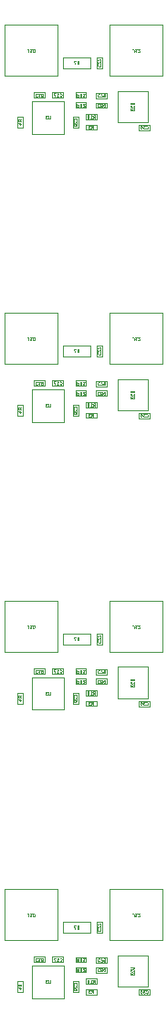
<source format=gbr>
G04 #@! TF.GenerationSoftware,KiCad,Pcbnew,8.0.4*
G04 #@! TF.CreationDate,2024-12-12T19:44:17+01:00*
G04 #@! TF.ProjectId,Combined_Module_Panel,436f6d62-696e-4656-945f-4d6f64756c65,rev?*
G04 #@! TF.SameCoordinates,Original*
G04 #@! TF.FileFunction,AssemblyDrawing,Bot*
%FSLAX46Y46*%
G04 Gerber Fmt 4.6, Leading zero omitted, Abs format (unit mm)*
G04 Created by KiCad (PCBNEW 8.0.4) date 2024-12-12 19:44:17*
%MOMM*%
%LPD*%
G01*
G04 APERTURE LIST*
%ADD10C,0.042000*%
%ADD11C,0.100000*%
G04 APERTURE END LIST*
D10*
X149045581Y-135851785D02*
X149058914Y-135865119D01*
X149058914Y-135865119D02*
X149098914Y-135878452D01*
X149098914Y-135878452D02*
X149125581Y-135878452D01*
X149125581Y-135878452D02*
X149165581Y-135865119D01*
X149165581Y-135865119D02*
X149192248Y-135838452D01*
X149192248Y-135838452D02*
X149205581Y-135811785D01*
X149205581Y-135811785D02*
X149218914Y-135758452D01*
X149218914Y-135758452D02*
X149218914Y-135718452D01*
X149218914Y-135718452D02*
X149205581Y-135665119D01*
X149205581Y-135665119D02*
X149192248Y-135638452D01*
X149192248Y-135638452D02*
X149165581Y-135611785D01*
X149165581Y-135611785D02*
X149125581Y-135598452D01*
X149125581Y-135598452D02*
X149098914Y-135598452D01*
X149098914Y-135598452D02*
X149058914Y-135611785D01*
X149058914Y-135611785D02*
X149045581Y-135625119D01*
X148952248Y-135598452D02*
X148778914Y-135598452D01*
X148778914Y-135598452D02*
X148872248Y-135705119D01*
X148872248Y-135705119D02*
X148832248Y-135705119D01*
X148832248Y-135705119D02*
X148805581Y-135718452D01*
X148805581Y-135718452D02*
X148792248Y-135731785D01*
X148792248Y-135731785D02*
X148778914Y-135758452D01*
X148778914Y-135758452D02*
X148778914Y-135825119D01*
X148778914Y-135825119D02*
X148792248Y-135851785D01*
X148792248Y-135851785D02*
X148805581Y-135865119D01*
X148805581Y-135865119D02*
X148832248Y-135878452D01*
X148832248Y-135878452D02*
X148912248Y-135878452D01*
X148912248Y-135878452D02*
X148938914Y-135865119D01*
X148938914Y-135865119D02*
X148952248Y-135851785D01*
X148605581Y-135598452D02*
X148578914Y-135598452D01*
X148578914Y-135598452D02*
X148552247Y-135611785D01*
X148552247Y-135611785D02*
X148538914Y-135625119D01*
X148538914Y-135625119D02*
X148525581Y-135651785D01*
X148525581Y-135651785D02*
X148512247Y-135705119D01*
X148512247Y-135705119D02*
X148512247Y-135771785D01*
X148512247Y-135771785D02*
X148525581Y-135825119D01*
X148525581Y-135825119D02*
X148538914Y-135851785D01*
X148538914Y-135851785D02*
X148552247Y-135865119D01*
X148552247Y-135865119D02*
X148578914Y-135878452D01*
X148578914Y-135878452D02*
X148605581Y-135878452D01*
X148605581Y-135878452D02*
X148632247Y-135865119D01*
X148632247Y-135865119D02*
X148645581Y-135851785D01*
X148645581Y-135851785D02*
X148658914Y-135825119D01*
X148658914Y-135825119D02*
X148672247Y-135771785D01*
X148672247Y-135771785D02*
X148672247Y-135705119D01*
X148672247Y-135705119D02*
X148658914Y-135651785D01*
X148658914Y-135651785D02*
X148645581Y-135625119D01*
X148645581Y-135625119D02*
X148632247Y-135611785D01*
X148632247Y-135611785D02*
X148605581Y-135598452D01*
X140128914Y-134658452D02*
X140128914Y-134885119D01*
X140128914Y-134885119D02*
X140115581Y-134911785D01*
X140115581Y-134911785D02*
X140102247Y-134925119D01*
X140102247Y-134925119D02*
X140075581Y-134938452D01*
X140075581Y-134938452D02*
X140022247Y-134938452D01*
X140022247Y-134938452D02*
X139995581Y-134925119D01*
X139995581Y-134925119D02*
X139982247Y-134911785D01*
X139982247Y-134911785D02*
X139968914Y-134885119D01*
X139968914Y-134885119D02*
X139968914Y-134658452D01*
X139862248Y-134658452D02*
X139688914Y-134658452D01*
X139688914Y-134658452D02*
X139782248Y-134765119D01*
X139782248Y-134765119D02*
X139742248Y-134765119D01*
X139742248Y-134765119D02*
X139715581Y-134778452D01*
X139715581Y-134778452D02*
X139702248Y-134791785D01*
X139702248Y-134791785D02*
X139688914Y-134818452D01*
X139688914Y-134818452D02*
X139688914Y-134885119D01*
X139688914Y-134885119D02*
X139702248Y-134911785D01*
X139702248Y-134911785D02*
X139715581Y-134925119D01*
X139715581Y-134925119D02*
X139742248Y-134938452D01*
X139742248Y-134938452D02*
X139822248Y-134938452D01*
X139822248Y-134938452D02*
X139848914Y-134925119D01*
X139848914Y-134925119D02*
X139862248Y-134911785D01*
X138136914Y-128743353D02*
X138136914Y-128543353D01*
X138136914Y-128543353D02*
X138123581Y-128503353D01*
X138123581Y-128503353D02*
X138096914Y-128476687D01*
X138096914Y-128476687D02*
X138056914Y-128463353D01*
X138056914Y-128463353D02*
X138030248Y-128463353D01*
X138416914Y-128463353D02*
X138256914Y-128463353D01*
X138336914Y-128463353D02*
X138336914Y-128743353D01*
X138336914Y-128743353D02*
X138310247Y-128703353D01*
X138310247Y-128703353D02*
X138283581Y-128676687D01*
X138283581Y-128676687D02*
X138256914Y-128663353D01*
X138590248Y-128743353D02*
X138616914Y-128743353D01*
X138616914Y-128743353D02*
X138643581Y-128730020D01*
X138643581Y-128730020D02*
X138656914Y-128716687D01*
X138656914Y-128716687D02*
X138670248Y-128690020D01*
X138670248Y-128690020D02*
X138683581Y-128636687D01*
X138683581Y-128636687D02*
X138683581Y-128570020D01*
X138683581Y-128570020D02*
X138670248Y-128516687D01*
X138670248Y-128516687D02*
X138656914Y-128490020D01*
X138656914Y-128490020D02*
X138643581Y-128476687D01*
X138643581Y-128476687D02*
X138616914Y-128463353D01*
X138616914Y-128463353D02*
X138590248Y-128463353D01*
X138590248Y-128463353D02*
X138563581Y-128476687D01*
X138563581Y-128476687D02*
X138550248Y-128490020D01*
X138550248Y-128490020D02*
X138536914Y-128516687D01*
X138536914Y-128516687D02*
X138523581Y-128570020D01*
X138523581Y-128570020D02*
X138523581Y-128636687D01*
X138523581Y-128636687D02*
X138536914Y-128690020D01*
X138536914Y-128690020D02*
X138550248Y-128716687D01*
X138550248Y-128716687D02*
X138563581Y-128730020D01*
X138563581Y-128730020D02*
X138590248Y-128743353D01*
X141040581Y-132831785D02*
X141053914Y-132845119D01*
X141053914Y-132845119D02*
X141093914Y-132858452D01*
X141093914Y-132858452D02*
X141120581Y-132858452D01*
X141120581Y-132858452D02*
X141160581Y-132845119D01*
X141160581Y-132845119D02*
X141187248Y-132818452D01*
X141187248Y-132818452D02*
X141200581Y-132791785D01*
X141200581Y-132791785D02*
X141213914Y-132738452D01*
X141213914Y-132738452D02*
X141213914Y-132698452D01*
X141213914Y-132698452D02*
X141200581Y-132645119D01*
X141200581Y-132645119D02*
X141187248Y-132618452D01*
X141187248Y-132618452D02*
X141160581Y-132591785D01*
X141160581Y-132591785D02*
X141120581Y-132578452D01*
X141120581Y-132578452D02*
X141093914Y-132578452D01*
X141093914Y-132578452D02*
X141053914Y-132591785D01*
X141053914Y-132591785D02*
X141040581Y-132605119D01*
X140773914Y-132858452D02*
X140933914Y-132858452D01*
X140853914Y-132858452D02*
X140853914Y-132578452D01*
X140853914Y-132578452D02*
X140880581Y-132618452D01*
X140880581Y-132618452D02*
X140907248Y-132645119D01*
X140907248Y-132645119D02*
X140933914Y-132658452D01*
X140680581Y-132578452D02*
X140493914Y-132578452D01*
X140493914Y-132578452D02*
X140613914Y-132858452D01*
X142800580Y-132613753D02*
X142707247Y-132747087D01*
X142640580Y-132613753D02*
X142640580Y-132893753D01*
X142640580Y-132893753D02*
X142747247Y-132893753D01*
X142747247Y-132893753D02*
X142773914Y-132880420D01*
X142773914Y-132880420D02*
X142787247Y-132867087D01*
X142787247Y-132867087D02*
X142800580Y-132840420D01*
X142800580Y-132840420D02*
X142800580Y-132800420D01*
X142800580Y-132800420D02*
X142787247Y-132773753D01*
X142787247Y-132773753D02*
X142773914Y-132760420D01*
X142773914Y-132760420D02*
X142747247Y-132747087D01*
X142747247Y-132747087D02*
X142640580Y-132747087D01*
X143040580Y-132893753D02*
X142987247Y-132893753D01*
X142987247Y-132893753D02*
X142960580Y-132880420D01*
X142960580Y-132880420D02*
X142947247Y-132867087D01*
X142947247Y-132867087D02*
X142920580Y-132827087D01*
X142920580Y-132827087D02*
X142907247Y-132773753D01*
X142907247Y-132773753D02*
X142907247Y-132667087D01*
X142907247Y-132667087D02*
X142920580Y-132640420D01*
X142920580Y-132640420D02*
X142933914Y-132627087D01*
X142933914Y-132627087D02*
X142960580Y-132613753D01*
X142960580Y-132613753D02*
X143013914Y-132613753D01*
X143013914Y-132613753D02*
X143040580Y-132627087D01*
X143040580Y-132627087D02*
X143053914Y-132640420D01*
X143053914Y-132640420D02*
X143067247Y-132667087D01*
X143067247Y-132667087D02*
X143067247Y-132733753D01*
X143067247Y-132733753D02*
X143053914Y-132760420D01*
X143053914Y-132760420D02*
X143040580Y-132773753D01*
X143040580Y-132773753D02*
X143013914Y-132787087D01*
X143013914Y-132787087D02*
X142960580Y-132787087D01*
X142960580Y-132787087D02*
X142933914Y-132773753D01*
X142933914Y-132773753D02*
X142920580Y-132760420D01*
X142920580Y-132760420D02*
X142907247Y-132733753D01*
X143333914Y-132613753D02*
X143173914Y-132613753D01*
X143253914Y-132613753D02*
X143253914Y-132893753D01*
X143253914Y-132893753D02*
X143227247Y-132853753D01*
X143227247Y-132853753D02*
X143200581Y-132827087D01*
X143200581Y-132827087D02*
X143173914Y-132813753D01*
X138930580Y-132620420D02*
X138917247Y-132607087D01*
X138917247Y-132607087D02*
X138877247Y-132593753D01*
X138877247Y-132593753D02*
X138850580Y-132593753D01*
X138850580Y-132593753D02*
X138810580Y-132607087D01*
X138810580Y-132607087D02*
X138783914Y-132633753D01*
X138783914Y-132633753D02*
X138770580Y-132660420D01*
X138770580Y-132660420D02*
X138757247Y-132713753D01*
X138757247Y-132713753D02*
X138757247Y-132753753D01*
X138757247Y-132753753D02*
X138770580Y-132807087D01*
X138770580Y-132807087D02*
X138783914Y-132833753D01*
X138783914Y-132833753D02*
X138810580Y-132860420D01*
X138810580Y-132860420D02*
X138850580Y-132873753D01*
X138850580Y-132873753D02*
X138877247Y-132873753D01*
X138877247Y-132873753D02*
X138917247Y-132860420D01*
X138917247Y-132860420D02*
X138930580Y-132847087D01*
X139197247Y-132593753D02*
X139037247Y-132593753D01*
X139117247Y-132593753D02*
X139117247Y-132873753D01*
X139117247Y-132873753D02*
X139090580Y-132833753D01*
X139090580Y-132833753D02*
X139063914Y-132807087D01*
X139063914Y-132807087D02*
X139037247Y-132793753D01*
X139357247Y-132753753D02*
X139330581Y-132767087D01*
X139330581Y-132767087D02*
X139317247Y-132780420D01*
X139317247Y-132780420D02*
X139303914Y-132807087D01*
X139303914Y-132807087D02*
X139303914Y-132820420D01*
X139303914Y-132820420D02*
X139317247Y-132847087D01*
X139317247Y-132847087D02*
X139330581Y-132860420D01*
X139330581Y-132860420D02*
X139357247Y-132873753D01*
X139357247Y-132873753D02*
X139410581Y-132873753D01*
X139410581Y-132873753D02*
X139437247Y-132860420D01*
X139437247Y-132860420D02*
X139450581Y-132847087D01*
X139450581Y-132847087D02*
X139463914Y-132820420D01*
X139463914Y-132820420D02*
X139463914Y-132807087D01*
X139463914Y-132807087D02*
X139450581Y-132780420D01*
X139450581Y-132780420D02*
X139437247Y-132767087D01*
X139437247Y-132767087D02*
X139410581Y-132753753D01*
X139410581Y-132753753D02*
X139357247Y-132753753D01*
X139357247Y-132753753D02*
X139330581Y-132740420D01*
X139330581Y-132740420D02*
X139317247Y-132727087D01*
X139317247Y-132727087D02*
X139303914Y-132700420D01*
X139303914Y-132700420D02*
X139303914Y-132647087D01*
X139303914Y-132647087D02*
X139317247Y-132620420D01*
X139317247Y-132620420D02*
X139330581Y-132607087D01*
X139330581Y-132607087D02*
X139357247Y-132593753D01*
X139357247Y-132593753D02*
X139410581Y-132593753D01*
X139410581Y-132593753D02*
X139437247Y-132607087D01*
X139437247Y-132607087D02*
X139450581Y-132620420D01*
X139450581Y-132620420D02*
X139463914Y-132647087D01*
X139463914Y-132647087D02*
X139463914Y-132700420D01*
X139463914Y-132700420D02*
X139450581Y-132727087D01*
X139450581Y-132727087D02*
X139437247Y-132740420D01*
X139437247Y-132740420D02*
X139410581Y-132753753D01*
X144720580Y-132660420D02*
X144707247Y-132647087D01*
X144707247Y-132647087D02*
X144667247Y-132633753D01*
X144667247Y-132633753D02*
X144640580Y-132633753D01*
X144640580Y-132633753D02*
X144600580Y-132647087D01*
X144600580Y-132647087D02*
X144573914Y-132673753D01*
X144573914Y-132673753D02*
X144560580Y-132700420D01*
X144560580Y-132700420D02*
X144547247Y-132753753D01*
X144547247Y-132753753D02*
X144547247Y-132793753D01*
X144547247Y-132793753D02*
X144560580Y-132847087D01*
X144560580Y-132847087D02*
X144573914Y-132873753D01*
X144573914Y-132873753D02*
X144600580Y-132900420D01*
X144600580Y-132900420D02*
X144640580Y-132913753D01*
X144640580Y-132913753D02*
X144667247Y-132913753D01*
X144667247Y-132913753D02*
X144707247Y-132900420D01*
X144707247Y-132900420D02*
X144720580Y-132887087D01*
X144813914Y-132913753D02*
X145000580Y-132913753D01*
X145000580Y-132913753D02*
X144880580Y-132633753D01*
X145120581Y-132633753D02*
X145173914Y-132633753D01*
X145173914Y-132633753D02*
X145200581Y-132647087D01*
X145200581Y-132647087D02*
X145213914Y-132660420D01*
X145213914Y-132660420D02*
X145240581Y-132700420D01*
X145240581Y-132700420D02*
X145253914Y-132753753D01*
X145253914Y-132753753D02*
X145253914Y-132860420D01*
X145253914Y-132860420D02*
X145240581Y-132887087D01*
X145240581Y-132887087D02*
X145227247Y-132900420D01*
X145227247Y-132900420D02*
X145200581Y-132913753D01*
X145200581Y-132913753D02*
X145147247Y-132913753D01*
X145147247Y-132913753D02*
X145120581Y-132900420D01*
X145120581Y-132900420D02*
X145107247Y-132887087D01*
X145107247Y-132887087D02*
X145093914Y-132860420D01*
X145093914Y-132860420D02*
X145093914Y-132793753D01*
X145093914Y-132793753D02*
X145107247Y-132767087D01*
X145107247Y-132767087D02*
X145120581Y-132753753D01*
X145120581Y-132753753D02*
X145147247Y-132740420D01*
X145147247Y-132740420D02*
X145200581Y-132740420D01*
X145200581Y-132740420D02*
X145227247Y-132753753D01*
X145227247Y-132753753D02*
X145240581Y-132767087D01*
X145240581Y-132767087D02*
X145253914Y-132793753D01*
X142800580Y-133543753D02*
X142707247Y-133677087D01*
X142640580Y-133543753D02*
X142640580Y-133823753D01*
X142640580Y-133823753D02*
X142747247Y-133823753D01*
X142747247Y-133823753D02*
X142773914Y-133810420D01*
X142773914Y-133810420D02*
X142787247Y-133797087D01*
X142787247Y-133797087D02*
X142800580Y-133770420D01*
X142800580Y-133770420D02*
X142800580Y-133730420D01*
X142800580Y-133730420D02*
X142787247Y-133703753D01*
X142787247Y-133703753D02*
X142773914Y-133690420D01*
X142773914Y-133690420D02*
X142747247Y-133677087D01*
X142747247Y-133677087D02*
X142640580Y-133677087D01*
X143040580Y-133823753D02*
X142987247Y-133823753D01*
X142987247Y-133823753D02*
X142960580Y-133810420D01*
X142960580Y-133810420D02*
X142947247Y-133797087D01*
X142947247Y-133797087D02*
X142920580Y-133757087D01*
X142920580Y-133757087D02*
X142907247Y-133703753D01*
X142907247Y-133703753D02*
X142907247Y-133597087D01*
X142907247Y-133597087D02*
X142920580Y-133570420D01*
X142920580Y-133570420D02*
X142933914Y-133557087D01*
X142933914Y-133557087D02*
X142960580Y-133543753D01*
X142960580Y-133543753D02*
X143013914Y-133543753D01*
X143013914Y-133543753D02*
X143040580Y-133557087D01*
X143040580Y-133557087D02*
X143053914Y-133570420D01*
X143053914Y-133570420D02*
X143067247Y-133597087D01*
X143067247Y-133597087D02*
X143067247Y-133663753D01*
X143067247Y-133663753D02*
X143053914Y-133690420D01*
X143053914Y-133690420D02*
X143040580Y-133703753D01*
X143040580Y-133703753D02*
X143013914Y-133717087D01*
X143013914Y-133717087D02*
X142960580Y-133717087D01*
X142960580Y-133717087D02*
X142933914Y-133703753D01*
X142933914Y-133703753D02*
X142920580Y-133690420D01*
X142920580Y-133690420D02*
X142907247Y-133663753D01*
X143173914Y-133797087D02*
X143187247Y-133810420D01*
X143187247Y-133810420D02*
X143213914Y-133823753D01*
X143213914Y-133823753D02*
X143280581Y-133823753D01*
X143280581Y-133823753D02*
X143307247Y-133810420D01*
X143307247Y-133810420D02*
X143320581Y-133797087D01*
X143320581Y-133797087D02*
X143333914Y-133770420D01*
X143333914Y-133770420D02*
X143333914Y-133743753D01*
X143333914Y-133743753D02*
X143320581Y-133703753D01*
X143320581Y-133703753D02*
X143160581Y-133543753D01*
X143160581Y-133543753D02*
X143333914Y-133543753D01*
X144720580Y-133580420D02*
X144707247Y-133567087D01*
X144707247Y-133567087D02*
X144667247Y-133553753D01*
X144667247Y-133553753D02*
X144640580Y-133553753D01*
X144640580Y-133553753D02*
X144600580Y-133567087D01*
X144600580Y-133567087D02*
X144573914Y-133593753D01*
X144573914Y-133593753D02*
X144560580Y-133620420D01*
X144560580Y-133620420D02*
X144547247Y-133673753D01*
X144547247Y-133673753D02*
X144547247Y-133713753D01*
X144547247Y-133713753D02*
X144560580Y-133767087D01*
X144560580Y-133767087D02*
X144573914Y-133793753D01*
X144573914Y-133793753D02*
X144600580Y-133820420D01*
X144600580Y-133820420D02*
X144640580Y-133833753D01*
X144640580Y-133833753D02*
X144667247Y-133833753D01*
X144667247Y-133833753D02*
X144707247Y-133820420D01*
X144707247Y-133820420D02*
X144720580Y-133807087D01*
X144880580Y-133713753D02*
X144853914Y-133727087D01*
X144853914Y-133727087D02*
X144840580Y-133740420D01*
X144840580Y-133740420D02*
X144827247Y-133767087D01*
X144827247Y-133767087D02*
X144827247Y-133780420D01*
X144827247Y-133780420D02*
X144840580Y-133807087D01*
X144840580Y-133807087D02*
X144853914Y-133820420D01*
X144853914Y-133820420D02*
X144880580Y-133833753D01*
X144880580Y-133833753D02*
X144933914Y-133833753D01*
X144933914Y-133833753D02*
X144960580Y-133820420D01*
X144960580Y-133820420D02*
X144973914Y-133807087D01*
X144973914Y-133807087D02*
X144987247Y-133780420D01*
X144987247Y-133780420D02*
X144987247Y-133767087D01*
X144987247Y-133767087D02*
X144973914Y-133740420D01*
X144973914Y-133740420D02*
X144960580Y-133727087D01*
X144960580Y-133727087D02*
X144933914Y-133713753D01*
X144933914Y-133713753D02*
X144880580Y-133713753D01*
X144880580Y-133713753D02*
X144853914Y-133700420D01*
X144853914Y-133700420D02*
X144840580Y-133687087D01*
X144840580Y-133687087D02*
X144827247Y-133660420D01*
X144827247Y-133660420D02*
X144827247Y-133607087D01*
X144827247Y-133607087D02*
X144840580Y-133580420D01*
X144840580Y-133580420D02*
X144853914Y-133567087D01*
X144853914Y-133567087D02*
X144880580Y-133553753D01*
X144880580Y-133553753D02*
X144933914Y-133553753D01*
X144933914Y-133553753D02*
X144960580Y-133567087D01*
X144960580Y-133567087D02*
X144973914Y-133580420D01*
X144973914Y-133580420D02*
X144987247Y-133607087D01*
X144987247Y-133607087D02*
X144987247Y-133660420D01*
X144987247Y-133660420D02*
X144973914Y-133687087D01*
X144973914Y-133687087D02*
X144960580Y-133700420D01*
X144960580Y-133700420D02*
X144933914Y-133713753D01*
X145160581Y-133833753D02*
X145187247Y-133833753D01*
X145187247Y-133833753D02*
X145213914Y-133820420D01*
X145213914Y-133820420D02*
X145227247Y-133807087D01*
X145227247Y-133807087D02*
X145240581Y-133780420D01*
X145240581Y-133780420D02*
X145253914Y-133727087D01*
X145253914Y-133727087D02*
X145253914Y-133660420D01*
X145253914Y-133660420D02*
X145240581Y-133607087D01*
X145240581Y-133607087D02*
X145227247Y-133580420D01*
X145227247Y-133580420D02*
X145213914Y-133567087D01*
X145213914Y-133567087D02*
X145187247Y-133553753D01*
X145187247Y-133553753D02*
X145160581Y-133553753D01*
X145160581Y-133553753D02*
X145133914Y-133567087D01*
X145133914Y-133567087D02*
X145120581Y-133580420D01*
X145120581Y-133580420D02*
X145107247Y-133607087D01*
X145107247Y-133607087D02*
X145093914Y-133660420D01*
X145093914Y-133660420D02*
X145093914Y-133727087D01*
X145093914Y-133727087D02*
X145107247Y-133780420D01*
X145107247Y-133780420D02*
X145120581Y-133807087D01*
X145120581Y-133807087D02*
X145133914Y-133820420D01*
X145133914Y-133820420D02*
X145160581Y-133833753D01*
X142811392Y-129587452D02*
X142811392Y-129814119D01*
X142811392Y-129814119D02*
X142798059Y-129840785D01*
X142798059Y-129840785D02*
X142784725Y-129854119D01*
X142784725Y-129854119D02*
X142758059Y-129867452D01*
X142758059Y-129867452D02*
X142704725Y-129867452D01*
X142704725Y-129867452D02*
X142678059Y-129854119D01*
X142678059Y-129854119D02*
X142664725Y-129840785D01*
X142664725Y-129840785D02*
X142651392Y-129814119D01*
X142651392Y-129814119D02*
X142651392Y-129587452D01*
X142544726Y-129587452D02*
X142358059Y-129587452D01*
X142358059Y-129587452D02*
X142478059Y-129867452D01*
X143987247Y-135843452D02*
X144080580Y-135710119D01*
X144147247Y-135843452D02*
X144147247Y-135563452D01*
X144147247Y-135563452D02*
X144040580Y-135563452D01*
X144040580Y-135563452D02*
X144013914Y-135576785D01*
X144013914Y-135576785D02*
X144000580Y-135590119D01*
X144000580Y-135590119D02*
X143987247Y-135616785D01*
X143987247Y-135616785D02*
X143987247Y-135656785D01*
X143987247Y-135656785D02*
X144000580Y-135683452D01*
X144000580Y-135683452D02*
X144013914Y-135696785D01*
X144013914Y-135696785D02*
X144040580Y-135710119D01*
X144040580Y-135710119D02*
X144147247Y-135710119D01*
X143893914Y-135563452D02*
X143720580Y-135563452D01*
X143720580Y-135563452D02*
X143813914Y-135670119D01*
X143813914Y-135670119D02*
X143773914Y-135670119D01*
X143773914Y-135670119D02*
X143747247Y-135683452D01*
X143747247Y-135683452D02*
X143733914Y-135696785D01*
X143733914Y-135696785D02*
X143720580Y-135723452D01*
X143720580Y-135723452D02*
X143720580Y-135790119D01*
X143720580Y-135790119D02*
X143733914Y-135816785D01*
X143733914Y-135816785D02*
X143747247Y-135830119D01*
X143747247Y-135830119D02*
X143773914Y-135843452D01*
X143773914Y-135843452D02*
X143853914Y-135843452D01*
X143853914Y-135843452D02*
X143880580Y-135830119D01*
X143880580Y-135830119D02*
X143893914Y-135816785D01*
X137452930Y-135189436D02*
X137319597Y-135096103D01*
X137452930Y-135029436D02*
X137172930Y-135029436D01*
X137172930Y-135029436D02*
X137172930Y-135136103D01*
X137172930Y-135136103D02*
X137186263Y-135162770D01*
X137186263Y-135162770D02*
X137199597Y-135176103D01*
X137199597Y-135176103D02*
X137226263Y-135189436D01*
X137226263Y-135189436D02*
X137266263Y-135189436D01*
X137266263Y-135189436D02*
X137292930Y-135176103D01*
X137292930Y-135176103D02*
X137306263Y-135162770D01*
X137306263Y-135162770D02*
X137319597Y-135136103D01*
X137319597Y-135136103D02*
X137319597Y-135029436D01*
X137266263Y-135429436D02*
X137452930Y-135429436D01*
X137159597Y-135362770D02*
X137359597Y-135296103D01*
X137359597Y-135296103D02*
X137359597Y-135469436D01*
X144120581Y-134883452D02*
X144213914Y-134750119D01*
X144280581Y-134883452D02*
X144280581Y-134603452D01*
X144280581Y-134603452D02*
X144173914Y-134603452D01*
X144173914Y-134603452D02*
X144147248Y-134616785D01*
X144147248Y-134616785D02*
X144133914Y-134630119D01*
X144133914Y-134630119D02*
X144120581Y-134656785D01*
X144120581Y-134656785D02*
X144120581Y-134696785D01*
X144120581Y-134696785D02*
X144133914Y-134723452D01*
X144133914Y-134723452D02*
X144147248Y-134736785D01*
X144147248Y-134736785D02*
X144173914Y-134750119D01*
X144173914Y-134750119D02*
X144280581Y-134750119D01*
X143853914Y-134883452D02*
X144013914Y-134883452D01*
X143933914Y-134883452D02*
X143933914Y-134603452D01*
X143933914Y-134603452D02*
X143960581Y-134643452D01*
X143960581Y-134643452D02*
X143987248Y-134670119D01*
X143987248Y-134670119D02*
X144013914Y-134683452D01*
X143680581Y-134603452D02*
X143653914Y-134603452D01*
X143653914Y-134603452D02*
X143627247Y-134616785D01*
X143627247Y-134616785D02*
X143613914Y-134630119D01*
X143613914Y-134630119D02*
X143600581Y-134656785D01*
X143600581Y-134656785D02*
X143587247Y-134710119D01*
X143587247Y-134710119D02*
X143587247Y-134776785D01*
X143587247Y-134776785D02*
X143600581Y-134830119D01*
X143600581Y-134830119D02*
X143613914Y-134856785D01*
X143613914Y-134856785D02*
X143627247Y-134870119D01*
X143627247Y-134870119D02*
X143653914Y-134883452D01*
X143653914Y-134883452D02*
X143680581Y-134883452D01*
X143680581Y-134883452D02*
X143707247Y-134870119D01*
X143707247Y-134870119D02*
X143720581Y-134856785D01*
X143720581Y-134856785D02*
X143733914Y-134830119D01*
X143733914Y-134830119D02*
X143747247Y-134776785D01*
X143747247Y-134776785D02*
X143747247Y-134710119D01*
X143747247Y-134710119D02*
X143733914Y-134656785D01*
X143733914Y-134656785D02*
X143720581Y-134630119D01*
X143720581Y-134630119D02*
X143707247Y-134616785D01*
X143707247Y-134616785D02*
X143680581Y-134603452D01*
X147632930Y-133434436D02*
X147859597Y-133434436D01*
X147859597Y-133434436D02*
X147886263Y-133447770D01*
X147886263Y-133447770D02*
X147899597Y-133461103D01*
X147899597Y-133461103D02*
X147912930Y-133487770D01*
X147912930Y-133487770D02*
X147912930Y-133541103D01*
X147912930Y-133541103D02*
X147899597Y-133567770D01*
X147899597Y-133567770D02*
X147886263Y-133581103D01*
X147886263Y-133581103D02*
X147859597Y-133594436D01*
X147859597Y-133594436D02*
X147632930Y-133594436D01*
X147659597Y-133714436D02*
X147646263Y-133727769D01*
X147646263Y-133727769D02*
X147632930Y-133754436D01*
X147632930Y-133754436D02*
X147632930Y-133821103D01*
X147632930Y-133821103D02*
X147646263Y-133847769D01*
X147646263Y-133847769D02*
X147659597Y-133861103D01*
X147659597Y-133861103D02*
X147686263Y-133874436D01*
X147686263Y-133874436D02*
X147712930Y-133874436D01*
X147712930Y-133874436D02*
X147752930Y-133861103D01*
X147752930Y-133861103D02*
X147912930Y-133701103D01*
X147912930Y-133701103D02*
X147912930Y-133874436D01*
X147632930Y-133967770D02*
X147632930Y-134141103D01*
X147632930Y-134141103D02*
X147739597Y-134047770D01*
X147739597Y-134047770D02*
X147739597Y-134087770D01*
X147739597Y-134087770D02*
X147752930Y-134114436D01*
X147752930Y-134114436D02*
X147766263Y-134127770D01*
X147766263Y-134127770D02*
X147792930Y-134141103D01*
X147792930Y-134141103D02*
X147859597Y-134141103D01*
X147859597Y-134141103D02*
X147886263Y-134127770D01*
X147886263Y-134127770D02*
X147899597Y-134114436D01*
X147899597Y-134114436D02*
X147912930Y-134087770D01*
X147912930Y-134087770D02*
X147912930Y-134007770D01*
X147912930Y-134007770D02*
X147899597Y-133981103D01*
X147899597Y-133981103D02*
X147886263Y-133967770D01*
X142601263Y-135056102D02*
X142614597Y-135042769D01*
X142614597Y-135042769D02*
X142627930Y-135002769D01*
X142627930Y-135002769D02*
X142627930Y-134976102D01*
X142627930Y-134976102D02*
X142614597Y-134936102D01*
X142614597Y-134936102D02*
X142587930Y-134909436D01*
X142587930Y-134909436D02*
X142561263Y-134896102D01*
X142561263Y-134896102D02*
X142507930Y-134882769D01*
X142507930Y-134882769D02*
X142467930Y-134882769D01*
X142467930Y-134882769D02*
X142414597Y-134896102D01*
X142414597Y-134896102D02*
X142387930Y-134909436D01*
X142387930Y-134909436D02*
X142361263Y-134936102D01*
X142361263Y-134936102D02*
X142347930Y-134976102D01*
X142347930Y-134976102D02*
X142347930Y-135002769D01*
X142347930Y-135002769D02*
X142361263Y-135042769D01*
X142361263Y-135042769D02*
X142374597Y-135056102D01*
X142374597Y-135162769D02*
X142361263Y-135176102D01*
X142361263Y-135176102D02*
X142347930Y-135202769D01*
X142347930Y-135202769D02*
X142347930Y-135269436D01*
X142347930Y-135269436D02*
X142361263Y-135296102D01*
X142361263Y-135296102D02*
X142374597Y-135309436D01*
X142374597Y-135309436D02*
X142401263Y-135322769D01*
X142401263Y-135322769D02*
X142427930Y-135322769D01*
X142427930Y-135322769D02*
X142467930Y-135309436D01*
X142467930Y-135309436D02*
X142627930Y-135149436D01*
X142627930Y-135149436D02*
X142627930Y-135322769D01*
X142627930Y-135456103D02*
X142627930Y-135509436D01*
X142627930Y-135509436D02*
X142614597Y-135536103D01*
X142614597Y-135536103D02*
X142601263Y-135549436D01*
X142601263Y-135549436D02*
X142561263Y-135576103D01*
X142561263Y-135576103D02*
X142507930Y-135589436D01*
X142507930Y-135589436D02*
X142401263Y-135589436D01*
X142401263Y-135589436D02*
X142374597Y-135576103D01*
X142374597Y-135576103D02*
X142361263Y-135562769D01*
X142361263Y-135562769D02*
X142347930Y-135536103D01*
X142347930Y-135536103D02*
X142347930Y-135482769D01*
X142347930Y-135482769D02*
X142361263Y-135456103D01*
X142361263Y-135456103D02*
X142374597Y-135442769D01*
X142374597Y-135442769D02*
X142401263Y-135429436D01*
X142401263Y-135429436D02*
X142467930Y-135429436D01*
X142467930Y-135429436D02*
X142494597Y-135442769D01*
X142494597Y-135442769D02*
X142507930Y-135456103D01*
X142507930Y-135456103D02*
X142521263Y-135482769D01*
X142521263Y-135482769D02*
X142521263Y-135536103D01*
X142521263Y-135536103D02*
X142507930Y-135562769D01*
X142507930Y-135562769D02*
X142494597Y-135576103D01*
X142494597Y-135576103D02*
X142467930Y-135589436D01*
X144592698Y-129920103D02*
X144579365Y-129933436D01*
X144579365Y-129933436D02*
X144566031Y-129973436D01*
X144566031Y-129973436D02*
X144566031Y-130000103D01*
X144566031Y-130000103D02*
X144579365Y-130040103D01*
X144579365Y-130040103D02*
X144606031Y-130066770D01*
X144606031Y-130066770D02*
X144632698Y-130080103D01*
X144632698Y-130080103D02*
X144686031Y-130093436D01*
X144686031Y-130093436D02*
X144726031Y-130093436D01*
X144726031Y-130093436D02*
X144779365Y-130080103D01*
X144779365Y-130080103D02*
X144806031Y-130066770D01*
X144806031Y-130066770D02*
X144832698Y-130040103D01*
X144832698Y-130040103D02*
X144846031Y-130000103D01*
X144846031Y-130000103D02*
X144846031Y-129973436D01*
X144846031Y-129973436D02*
X144832698Y-129933436D01*
X144832698Y-129933436D02*
X144819365Y-129920103D01*
X144819365Y-129813436D02*
X144832698Y-129800103D01*
X144832698Y-129800103D02*
X144846031Y-129773436D01*
X144846031Y-129773436D02*
X144846031Y-129706770D01*
X144846031Y-129706770D02*
X144832698Y-129680103D01*
X144832698Y-129680103D02*
X144819365Y-129666770D01*
X144819365Y-129666770D02*
X144792698Y-129653436D01*
X144792698Y-129653436D02*
X144766031Y-129653436D01*
X144766031Y-129653436D02*
X144726031Y-129666770D01*
X144726031Y-129666770D02*
X144566031Y-129826770D01*
X144566031Y-129826770D02*
X144566031Y-129653436D01*
X144846031Y-129560103D02*
X144846031Y-129373436D01*
X144846031Y-129373436D02*
X144566031Y-129493436D01*
X147909914Y-128743353D02*
X147909914Y-128543353D01*
X147909914Y-128543353D02*
X147896581Y-128503353D01*
X147896581Y-128503353D02*
X147869914Y-128476687D01*
X147869914Y-128476687D02*
X147829914Y-128463353D01*
X147829914Y-128463353D02*
X147803248Y-128463353D01*
X148189914Y-128463353D02*
X148029914Y-128463353D01*
X148109914Y-128463353D02*
X148109914Y-128743353D01*
X148109914Y-128743353D02*
X148083247Y-128703353D01*
X148083247Y-128703353D02*
X148056581Y-128676687D01*
X148056581Y-128676687D02*
X148029914Y-128663353D01*
X148296581Y-128716687D02*
X148309914Y-128730020D01*
X148309914Y-128730020D02*
X148336581Y-128743353D01*
X148336581Y-128743353D02*
X148403248Y-128743353D01*
X148403248Y-128743353D02*
X148429914Y-128730020D01*
X148429914Y-128730020D02*
X148443248Y-128716687D01*
X148443248Y-128716687D02*
X148456581Y-128690020D01*
X148456581Y-128690020D02*
X148456581Y-128663353D01*
X148456581Y-128663353D02*
X148443248Y-128623353D01*
X148443248Y-128623353D02*
X148283248Y-128463353D01*
X148283248Y-128463353D02*
X148456581Y-128463353D01*
X149045581Y-109081404D02*
X149058914Y-109094738D01*
X149058914Y-109094738D02*
X149098914Y-109108071D01*
X149098914Y-109108071D02*
X149125581Y-109108071D01*
X149125581Y-109108071D02*
X149165581Y-109094738D01*
X149165581Y-109094738D02*
X149192248Y-109068071D01*
X149192248Y-109068071D02*
X149205581Y-109041404D01*
X149205581Y-109041404D02*
X149218914Y-108988071D01*
X149218914Y-108988071D02*
X149218914Y-108948071D01*
X149218914Y-108948071D02*
X149205581Y-108894738D01*
X149205581Y-108894738D02*
X149192248Y-108868071D01*
X149192248Y-108868071D02*
X149165581Y-108841404D01*
X149165581Y-108841404D02*
X149125581Y-108828071D01*
X149125581Y-108828071D02*
X149098914Y-108828071D01*
X149098914Y-108828071D02*
X149058914Y-108841404D01*
X149058914Y-108841404D02*
X149045581Y-108854738D01*
X148952248Y-108828071D02*
X148778914Y-108828071D01*
X148778914Y-108828071D02*
X148872248Y-108934738D01*
X148872248Y-108934738D02*
X148832248Y-108934738D01*
X148832248Y-108934738D02*
X148805581Y-108948071D01*
X148805581Y-108948071D02*
X148792248Y-108961404D01*
X148792248Y-108961404D02*
X148778914Y-108988071D01*
X148778914Y-108988071D02*
X148778914Y-109054738D01*
X148778914Y-109054738D02*
X148792248Y-109081404D01*
X148792248Y-109081404D02*
X148805581Y-109094738D01*
X148805581Y-109094738D02*
X148832248Y-109108071D01*
X148832248Y-109108071D02*
X148912248Y-109108071D01*
X148912248Y-109108071D02*
X148938914Y-109094738D01*
X148938914Y-109094738D02*
X148952248Y-109081404D01*
X148605581Y-108828071D02*
X148578914Y-108828071D01*
X148578914Y-108828071D02*
X148552247Y-108841404D01*
X148552247Y-108841404D02*
X148538914Y-108854738D01*
X148538914Y-108854738D02*
X148525581Y-108881404D01*
X148525581Y-108881404D02*
X148512247Y-108934738D01*
X148512247Y-108934738D02*
X148512247Y-109001404D01*
X148512247Y-109001404D02*
X148525581Y-109054738D01*
X148525581Y-109054738D02*
X148538914Y-109081404D01*
X148538914Y-109081404D02*
X148552247Y-109094738D01*
X148552247Y-109094738D02*
X148578914Y-109108071D01*
X148578914Y-109108071D02*
X148605581Y-109108071D01*
X148605581Y-109108071D02*
X148632247Y-109094738D01*
X148632247Y-109094738D02*
X148645581Y-109081404D01*
X148645581Y-109081404D02*
X148658914Y-109054738D01*
X148658914Y-109054738D02*
X148672247Y-109001404D01*
X148672247Y-109001404D02*
X148672247Y-108934738D01*
X148672247Y-108934738D02*
X148658914Y-108881404D01*
X148658914Y-108881404D02*
X148645581Y-108854738D01*
X148645581Y-108854738D02*
X148632247Y-108841404D01*
X148632247Y-108841404D02*
X148605581Y-108828071D01*
X140128914Y-107888071D02*
X140128914Y-108114738D01*
X140128914Y-108114738D02*
X140115581Y-108141404D01*
X140115581Y-108141404D02*
X140102247Y-108154738D01*
X140102247Y-108154738D02*
X140075581Y-108168071D01*
X140075581Y-108168071D02*
X140022247Y-108168071D01*
X140022247Y-108168071D02*
X139995581Y-108154738D01*
X139995581Y-108154738D02*
X139982247Y-108141404D01*
X139982247Y-108141404D02*
X139968914Y-108114738D01*
X139968914Y-108114738D02*
X139968914Y-107888071D01*
X139862248Y-107888071D02*
X139688914Y-107888071D01*
X139688914Y-107888071D02*
X139782248Y-107994738D01*
X139782248Y-107994738D02*
X139742248Y-107994738D01*
X139742248Y-107994738D02*
X139715581Y-108008071D01*
X139715581Y-108008071D02*
X139702248Y-108021404D01*
X139702248Y-108021404D02*
X139688914Y-108048071D01*
X139688914Y-108048071D02*
X139688914Y-108114738D01*
X139688914Y-108114738D02*
X139702248Y-108141404D01*
X139702248Y-108141404D02*
X139715581Y-108154738D01*
X139715581Y-108154738D02*
X139742248Y-108168071D01*
X139742248Y-108168071D02*
X139822248Y-108168071D01*
X139822248Y-108168071D02*
X139848914Y-108154738D01*
X139848914Y-108154738D02*
X139862248Y-108141404D01*
X138136914Y-101972972D02*
X138136914Y-101772972D01*
X138136914Y-101772972D02*
X138123581Y-101732972D01*
X138123581Y-101732972D02*
X138096914Y-101706306D01*
X138096914Y-101706306D02*
X138056914Y-101692972D01*
X138056914Y-101692972D02*
X138030248Y-101692972D01*
X138416914Y-101692972D02*
X138256914Y-101692972D01*
X138336914Y-101692972D02*
X138336914Y-101972972D01*
X138336914Y-101972972D02*
X138310247Y-101932972D01*
X138310247Y-101932972D02*
X138283581Y-101906306D01*
X138283581Y-101906306D02*
X138256914Y-101892972D01*
X138590248Y-101972972D02*
X138616914Y-101972972D01*
X138616914Y-101972972D02*
X138643581Y-101959639D01*
X138643581Y-101959639D02*
X138656914Y-101946306D01*
X138656914Y-101946306D02*
X138670248Y-101919639D01*
X138670248Y-101919639D02*
X138683581Y-101866306D01*
X138683581Y-101866306D02*
X138683581Y-101799639D01*
X138683581Y-101799639D02*
X138670248Y-101746306D01*
X138670248Y-101746306D02*
X138656914Y-101719639D01*
X138656914Y-101719639D02*
X138643581Y-101706306D01*
X138643581Y-101706306D02*
X138616914Y-101692972D01*
X138616914Y-101692972D02*
X138590248Y-101692972D01*
X138590248Y-101692972D02*
X138563581Y-101706306D01*
X138563581Y-101706306D02*
X138550248Y-101719639D01*
X138550248Y-101719639D02*
X138536914Y-101746306D01*
X138536914Y-101746306D02*
X138523581Y-101799639D01*
X138523581Y-101799639D02*
X138523581Y-101866306D01*
X138523581Y-101866306D02*
X138536914Y-101919639D01*
X138536914Y-101919639D02*
X138550248Y-101946306D01*
X138550248Y-101946306D02*
X138563581Y-101959639D01*
X138563581Y-101959639D02*
X138590248Y-101972972D01*
X141040581Y-106061404D02*
X141053914Y-106074738D01*
X141053914Y-106074738D02*
X141093914Y-106088071D01*
X141093914Y-106088071D02*
X141120581Y-106088071D01*
X141120581Y-106088071D02*
X141160581Y-106074738D01*
X141160581Y-106074738D02*
X141187248Y-106048071D01*
X141187248Y-106048071D02*
X141200581Y-106021404D01*
X141200581Y-106021404D02*
X141213914Y-105968071D01*
X141213914Y-105968071D02*
X141213914Y-105928071D01*
X141213914Y-105928071D02*
X141200581Y-105874738D01*
X141200581Y-105874738D02*
X141187248Y-105848071D01*
X141187248Y-105848071D02*
X141160581Y-105821404D01*
X141160581Y-105821404D02*
X141120581Y-105808071D01*
X141120581Y-105808071D02*
X141093914Y-105808071D01*
X141093914Y-105808071D02*
X141053914Y-105821404D01*
X141053914Y-105821404D02*
X141040581Y-105834738D01*
X140773914Y-106088071D02*
X140933914Y-106088071D01*
X140853914Y-106088071D02*
X140853914Y-105808071D01*
X140853914Y-105808071D02*
X140880581Y-105848071D01*
X140880581Y-105848071D02*
X140907248Y-105874738D01*
X140907248Y-105874738D02*
X140933914Y-105888071D01*
X140680581Y-105808071D02*
X140493914Y-105808071D01*
X140493914Y-105808071D02*
X140613914Y-106088071D01*
X142800580Y-105843372D02*
X142707247Y-105976706D01*
X142640580Y-105843372D02*
X142640580Y-106123372D01*
X142640580Y-106123372D02*
X142747247Y-106123372D01*
X142747247Y-106123372D02*
X142773914Y-106110039D01*
X142773914Y-106110039D02*
X142787247Y-106096706D01*
X142787247Y-106096706D02*
X142800580Y-106070039D01*
X142800580Y-106070039D02*
X142800580Y-106030039D01*
X142800580Y-106030039D02*
X142787247Y-106003372D01*
X142787247Y-106003372D02*
X142773914Y-105990039D01*
X142773914Y-105990039D02*
X142747247Y-105976706D01*
X142747247Y-105976706D02*
X142640580Y-105976706D01*
X143040580Y-106123372D02*
X142987247Y-106123372D01*
X142987247Y-106123372D02*
X142960580Y-106110039D01*
X142960580Y-106110039D02*
X142947247Y-106096706D01*
X142947247Y-106096706D02*
X142920580Y-106056706D01*
X142920580Y-106056706D02*
X142907247Y-106003372D01*
X142907247Y-106003372D02*
X142907247Y-105896706D01*
X142907247Y-105896706D02*
X142920580Y-105870039D01*
X142920580Y-105870039D02*
X142933914Y-105856706D01*
X142933914Y-105856706D02*
X142960580Y-105843372D01*
X142960580Y-105843372D02*
X143013914Y-105843372D01*
X143013914Y-105843372D02*
X143040580Y-105856706D01*
X143040580Y-105856706D02*
X143053914Y-105870039D01*
X143053914Y-105870039D02*
X143067247Y-105896706D01*
X143067247Y-105896706D02*
X143067247Y-105963372D01*
X143067247Y-105963372D02*
X143053914Y-105990039D01*
X143053914Y-105990039D02*
X143040580Y-106003372D01*
X143040580Y-106003372D02*
X143013914Y-106016706D01*
X143013914Y-106016706D02*
X142960580Y-106016706D01*
X142960580Y-106016706D02*
X142933914Y-106003372D01*
X142933914Y-106003372D02*
X142920580Y-105990039D01*
X142920580Y-105990039D02*
X142907247Y-105963372D01*
X143333914Y-105843372D02*
X143173914Y-105843372D01*
X143253914Y-105843372D02*
X143253914Y-106123372D01*
X143253914Y-106123372D02*
X143227247Y-106083372D01*
X143227247Y-106083372D02*
X143200581Y-106056706D01*
X143200581Y-106056706D02*
X143173914Y-106043372D01*
X138930580Y-105850039D02*
X138917247Y-105836706D01*
X138917247Y-105836706D02*
X138877247Y-105823372D01*
X138877247Y-105823372D02*
X138850580Y-105823372D01*
X138850580Y-105823372D02*
X138810580Y-105836706D01*
X138810580Y-105836706D02*
X138783914Y-105863372D01*
X138783914Y-105863372D02*
X138770580Y-105890039D01*
X138770580Y-105890039D02*
X138757247Y-105943372D01*
X138757247Y-105943372D02*
X138757247Y-105983372D01*
X138757247Y-105983372D02*
X138770580Y-106036706D01*
X138770580Y-106036706D02*
X138783914Y-106063372D01*
X138783914Y-106063372D02*
X138810580Y-106090039D01*
X138810580Y-106090039D02*
X138850580Y-106103372D01*
X138850580Y-106103372D02*
X138877247Y-106103372D01*
X138877247Y-106103372D02*
X138917247Y-106090039D01*
X138917247Y-106090039D02*
X138930580Y-106076706D01*
X139197247Y-105823372D02*
X139037247Y-105823372D01*
X139117247Y-105823372D02*
X139117247Y-106103372D01*
X139117247Y-106103372D02*
X139090580Y-106063372D01*
X139090580Y-106063372D02*
X139063914Y-106036706D01*
X139063914Y-106036706D02*
X139037247Y-106023372D01*
X139357247Y-105983372D02*
X139330581Y-105996706D01*
X139330581Y-105996706D02*
X139317247Y-106010039D01*
X139317247Y-106010039D02*
X139303914Y-106036706D01*
X139303914Y-106036706D02*
X139303914Y-106050039D01*
X139303914Y-106050039D02*
X139317247Y-106076706D01*
X139317247Y-106076706D02*
X139330581Y-106090039D01*
X139330581Y-106090039D02*
X139357247Y-106103372D01*
X139357247Y-106103372D02*
X139410581Y-106103372D01*
X139410581Y-106103372D02*
X139437247Y-106090039D01*
X139437247Y-106090039D02*
X139450581Y-106076706D01*
X139450581Y-106076706D02*
X139463914Y-106050039D01*
X139463914Y-106050039D02*
X139463914Y-106036706D01*
X139463914Y-106036706D02*
X139450581Y-106010039D01*
X139450581Y-106010039D02*
X139437247Y-105996706D01*
X139437247Y-105996706D02*
X139410581Y-105983372D01*
X139410581Y-105983372D02*
X139357247Y-105983372D01*
X139357247Y-105983372D02*
X139330581Y-105970039D01*
X139330581Y-105970039D02*
X139317247Y-105956706D01*
X139317247Y-105956706D02*
X139303914Y-105930039D01*
X139303914Y-105930039D02*
X139303914Y-105876706D01*
X139303914Y-105876706D02*
X139317247Y-105850039D01*
X139317247Y-105850039D02*
X139330581Y-105836706D01*
X139330581Y-105836706D02*
X139357247Y-105823372D01*
X139357247Y-105823372D02*
X139410581Y-105823372D01*
X139410581Y-105823372D02*
X139437247Y-105836706D01*
X139437247Y-105836706D02*
X139450581Y-105850039D01*
X139450581Y-105850039D02*
X139463914Y-105876706D01*
X139463914Y-105876706D02*
X139463914Y-105930039D01*
X139463914Y-105930039D02*
X139450581Y-105956706D01*
X139450581Y-105956706D02*
X139437247Y-105970039D01*
X139437247Y-105970039D02*
X139410581Y-105983372D01*
X144720580Y-105890039D02*
X144707247Y-105876706D01*
X144707247Y-105876706D02*
X144667247Y-105863372D01*
X144667247Y-105863372D02*
X144640580Y-105863372D01*
X144640580Y-105863372D02*
X144600580Y-105876706D01*
X144600580Y-105876706D02*
X144573914Y-105903372D01*
X144573914Y-105903372D02*
X144560580Y-105930039D01*
X144560580Y-105930039D02*
X144547247Y-105983372D01*
X144547247Y-105983372D02*
X144547247Y-106023372D01*
X144547247Y-106023372D02*
X144560580Y-106076706D01*
X144560580Y-106076706D02*
X144573914Y-106103372D01*
X144573914Y-106103372D02*
X144600580Y-106130039D01*
X144600580Y-106130039D02*
X144640580Y-106143372D01*
X144640580Y-106143372D02*
X144667247Y-106143372D01*
X144667247Y-106143372D02*
X144707247Y-106130039D01*
X144707247Y-106130039D02*
X144720580Y-106116706D01*
X144813914Y-106143372D02*
X145000580Y-106143372D01*
X145000580Y-106143372D02*
X144880580Y-105863372D01*
X145120581Y-105863372D02*
X145173914Y-105863372D01*
X145173914Y-105863372D02*
X145200581Y-105876706D01*
X145200581Y-105876706D02*
X145213914Y-105890039D01*
X145213914Y-105890039D02*
X145240581Y-105930039D01*
X145240581Y-105930039D02*
X145253914Y-105983372D01*
X145253914Y-105983372D02*
X145253914Y-106090039D01*
X145253914Y-106090039D02*
X145240581Y-106116706D01*
X145240581Y-106116706D02*
X145227247Y-106130039D01*
X145227247Y-106130039D02*
X145200581Y-106143372D01*
X145200581Y-106143372D02*
X145147247Y-106143372D01*
X145147247Y-106143372D02*
X145120581Y-106130039D01*
X145120581Y-106130039D02*
X145107247Y-106116706D01*
X145107247Y-106116706D02*
X145093914Y-106090039D01*
X145093914Y-106090039D02*
X145093914Y-106023372D01*
X145093914Y-106023372D02*
X145107247Y-105996706D01*
X145107247Y-105996706D02*
X145120581Y-105983372D01*
X145120581Y-105983372D02*
X145147247Y-105970039D01*
X145147247Y-105970039D02*
X145200581Y-105970039D01*
X145200581Y-105970039D02*
X145227247Y-105983372D01*
X145227247Y-105983372D02*
X145240581Y-105996706D01*
X145240581Y-105996706D02*
X145253914Y-106023372D01*
X142800580Y-106773372D02*
X142707247Y-106906706D01*
X142640580Y-106773372D02*
X142640580Y-107053372D01*
X142640580Y-107053372D02*
X142747247Y-107053372D01*
X142747247Y-107053372D02*
X142773914Y-107040039D01*
X142773914Y-107040039D02*
X142787247Y-107026706D01*
X142787247Y-107026706D02*
X142800580Y-107000039D01*
X142800580Y-107000039D02*
X142800580Y-106960039D01*
X142800580Y-106960039D02*
X142787247Y-106933372D01*
X142787247Y-106933372D02*
X142773914Y-106920039D01*
X142773914Y-106920039D02*
X142747247Y-106906706D01*
X142747247Y-106906706D02*
X142640580Y-106906706D01*
X143040580Y-107053372D02*
X142987247Y-107053372D01*
X142987247Y-107053372D02*
X142960580Y-107040039D01*
X142960580Y-107040039D02*
X142947247Y-107026706D01*
X142947247Y-107026706D02*
X142920580Y-106986706D01*
X142920580Y-106986706D02*
X142907247Y-106933372D01*
X142907247Y-106933372D02*
X142907247Y-106826706D01*
X142907247Y-106826706D02*
X142920580Y-106800039D01*
X142920580Y-106800039D02*
X142933914Y-106786706D01*
X142933914Y-106786706D02*
X142960580Y-106773372D01*
X142960580Y-106773372D02*
X143013914Y-106773372D01*
X143013914Y-106773372D02*
X143040580Y-106786706D01*
X143040580Y-106786706D02*
X143053914Y-106800039D01*
X143053914Y-106800039D02*
X143067247Y-106826706D01*
X143067247Y-106826706D02*
X143067247Y-106893372D01*
X143067247Y-106893372D02*
X143053914Y-106920039D01*
X143053914Y-106920039D02*
X143040580Y-106933372D01*
X143040580Y-106933372D02*
X143013914Y-106946706D01*
X143013914Y-106946706D02*
X142960580Y-106946706D01*
X142960580Y-106946706D02*
X142933914Y-106933372D01*
X142933914Y-106933372D02*
X142920580Y-106920039D01*
X142920580Y-106920039D02*
X142907247Y-106893372D01*
X143173914Y-107026706D02*
X143187247Y-107040039D01*
X143187247Y-107040039D02*
X143213914Y-107053372D01*
X143213914Y-107053372D02*
X143280581Y-107053372D01*
X143280581Y-107053372D02*
X143307247Y-107040039D01*
X143307247Y-107040039D02*
X143320581Y-107026706D01*
X143320581Y-107026706D02*
X143333914Y-107000039D01*
X143333914Y-107000039D02*
X143333914Y-106973372D01*
X143333914Y-106973372D02*
X143320581Y-106933372D01*
X143320581Y-106933372D02*
X143160581Y-106773372D01*
X143160581Y-106773372D02*
X143333914Y-106773372D01*
X144720580Y-106810039D02*
X144707247Y-106796706D01*
X144707247Y-106796706D02*
X144667247Y-106783372D01*
X144667247Y-106783372D02*
X144640580Y-106783372D01*
X144640580Y-106783372D02*
X144600580Y-106796706D01*
X144600580Y-106796706D02*
X144573914Y-106823372D01*
X144573914Y-106823372D02*
X144560580Y-106850039D01*
X144560580Y-106850039D02*
X144547247Y-106903372D01*
X144547247Y-106903372D02*
X144547247Y-106943372D01*
X144547247Y-106943372D02*
X144560580Y-106996706D01*
X144560580Y-106996706D02*
X144573914Y-107023372D01*
X144573914Y-107023372D02*
X144600580Y-107050039D01*
X144600580Y-107050039D02*
X144640580Y-107063372D01*
X144640580Y-107063372D02*
X144667247Y-107063372D01*
X144667247Y-107063372D02*
X144707247Y-107050039D01*
X144707247Y-107050039D02*
X144720580Y-107036706D01*
X144880580Y-106943372D02*
X144853914Y-106956706D01*
X144853914Y-106956706D02*
X144840580Y-106970039D01*
X144840580Y-106970039D02*
X144827247Y-106996706D01*
X144827247Y-106996706D02*
X144827247Y-107010039D01*
X144827247Y-107010039D02*
X144840580Y-107036706D01*
X144840580Y-107036706D02*
X144853914Y-107050039D01*
X144853914Y-107050039D02*
X144880580Y-107063372D01*
X144880580Y-107063372D02*
X144933914Y-107063372D01*
X144933914Y-107063372D02*
X144960580Y-107050039D01*
X144960580Y-107050039D02*
X144973914Y-107036706D01*
X144973914Y-107036706D02*
X144987247Y-107010039D01*
X144987247Y-107010039D02*
X144987247Y-106996706D01*
X144987247Y-106996706D02*
X144973914Y-106970039D01*
X144973914Y-106970039D02*
X144960580Y-106956706D01*
X144960580Y-106956706D02*
X144933914Y-106943372D01*
X144933914Y-106943372D02*
X144880580Y-106943372D01*
X144880580Y-106943372D02*
X144853914Y-106930039D01*
X144853914Y-106930039D02*
X144840580Y-106916706D01*
X144840580Y-106916706D02*
X144827247Y-106890039D01*
X144827247Y-106890039D02*
X144827247Y-106836706D01*
X144827247Y-106836706D02*
X144840580Y-106810039D01*
X144840580Y-106810039D02*
X144853914Y-106796706D01*
X144853914Y-106796706D02*
X144880580Y-106783372D01*
X144880580Y-106783372D02*
X144933914Y-106783372D01*
X144933914Y-106783372D02*
X144960580Y-106796706D01*
X144960580Y-106796706D02*
X144973914Y-106810039D01*
X144973914Y-106810039D02*
X144987247Y-106836706D01*
X144987247Y-106836706D02*
X144987247Y-106890039D01*
X144987247Y-106890039D02*
X144973914Y-106916706D01*
X144973914Y-106916706D02*
X144960580Y-106930039D01*
X144960580Y-106930039D02*
X144933914Y-106943372D01*
X145160581Y-107063372D02*
X145187247Y-107063372D01*
X145187247Y-107063372D02*
X145213914Y-107050039D01*
X145213914Y-107050039D02*
X145227247Y-107036706D01*
X145227247Y-107036706D02*
X145240581Y-107010039D01*
X145240581Y-107010039D02*
X145253914Y-106956706D01*
X145253914Y-106956706D02*
X145253914Y-106890039D01*
X145253914Y-106890039D02*
X145240581Y-106836706D01*
X145240581Y-106836706D02*
X145227247Y-106810039D01*
X145227247Y-106810039D02*
X145213914Y-106796706D01*
X145213914Y-106796706D02*
X145187247Y-106783372D01*
X145187247Y-106783372D02*
X145160581Y-106783372D01*
X145160581Y-106783372D02*
X145133914Y-106796706D01*
X145133914Y-106796706D02*
X145120581Y-106810039D01*
X145120581Y-106810039D02*
X145107247Y-106836706D01*
X145107247Y-106836706D02*
X145093914Y-106890039D01*
X145093914Y-106890039D02*
X145093914Y-106956706D01*
X145093914Y-106956706D02*
X145107247Y-107010039D01*
X145107247Y-107010039D02*
X145120581Y-107036706D01*
X145120581Y-107036706D02*
X145133914Y-107050039D01*
X145133914Y-107050039D02*
X145160581Y-107063372D01*
X142811392Y-102817071D02*
X142811392Y-103043738D01*
X142811392Y-103043738D02*
X142798059Y-103070404D01*
X142798059Y-103070404D02*
X142784725Y-103083738D01*
X142784725Y-103083738D02*
X142758059Y-103097071D01*
X142758059Y-103097071D02*
X142704725Y-103097071D01*
X142704725Y-103097071D02*
X142678059Y-103083738D01*
X142678059Y-103083738D02*
X142664725Y-103070404D01*
X142664725Y-103070404D02*
X142651392Y-103043738D01*
X142651392Y-103043738D02*
X142651392Y-102817071D01*
X142544726Y-102817071D02*
X142358059Y-102817071D01*
X142358059Y-102817071D02*
X142478059Y-103097071D01*
X143987247Y-109073071D02*
X144080580Y-108939738D01*
X144147247Y-109073071D02*
X144147247Y-108793071D01*
X144147247Y-108793071D02*
X144040580Y-108793071D01*
X144040580Y-108793071D02*
X144013914Y-108806404D01*
X144013914Y-108806404D02*
X144000580Y-108819738D01*
X144000580Y-108819738D02*
X143987247Y-108846404D01*
X143987247Y-108846404D02*
X143987247Y-108886404D01*
X143987247Y-108886404D02*
X144000580Y-108913071D01*
X144000580Y-108913071D02*
X144013914Y-108926404D01*
X144013914Y-108926404D02*
X144040580Y-108939738D01*
X144040580Y-108939738D02*
X144147247Y-108939738D01*
X143893914Y-108793071D02*
X143720580Y-108793071D01*
X143720580Y-108793071D02*
X143813914Y-108899738D01*
X143813914Y-108899738D02*
X143773914Y-108899738D01*
X143773914Y-108899738D02*
X143747247Y-108913071D01*
X143747247Y-108913071D02*
X143733914Y-108926404D01*
X143733914Y-108926404D02*
X143720580Y-108953071D01*
X143720580Y-108953071D02*
X143720580Y-109019738D01*
X143720580Y-109019738D02*
X143733914Y-109046404D01*
X143733914Y-109046404D02*
X143747247Y-109059738D01*
X143747247Y-109059738D02*
X143773914Y-109073071D01*
X143773914Y-109073071D02*
X143853914Y-109073071D01*
X143853914Y-109073071D02*
X143880580Y-109059738D01*
X143880580Y-109059738D02*
X143893914Y-109046404D01*
X137452930Y-108419055D02*
X137319597Y-108325722D01*
X137452930Y-108259055D02*
X137172930Y-108259055D01*
X137172930Y-108259055D02*
X137172930Y-108365722D01*
X137172930Y-108365722D02*
X137186263Y-108392389D01*
X137186263Y-108392389D02*
X137199597Y-108405722D01*
X137199597Y-108405722D02*
X137226263Y-108419055D01*
X137226263Y-108419055D02*
X137266263Y-108419055D01*
X137266263Y-108419055D02*
X137292930Y-108405722D01*
X137292930Y-108405722D02*
X137306263Y-108392389D01*
X137306263Y-108392389D02*
X137319597Y-108365722D01*
X137319597Y-108365722D02*
X137319597Y-108259055D01*
X137266263Y-108659055D02*
X137452930Y-108659055D01*
X137159597Y-108592389D02*
X137359597Y-108525722D01*
X137359597Y-108525722D02*
X137359597Y-108699055D01*
X144120581Y-108113071D02*
X144213914Y-107979738D01*
X144280581Y-108113071D02*
X144280581Y-107833071D01*
X144280581Y-107833071D02*
X144173914Y-107833071D01*
X144173914Y-107833071D02*
X144147248Y-107846404D01*
X144147248Y-107846404D02*
X144133914Y-107859738D01*
X144133914Y-107859738D02*
X144120581Y-107886404D01*
X144120581Y-107886404D02*
X144120581Y-107926404D01*
X144120581Y-107926404D02*
X144133914Y-107953071D01*
X144133914Y-107953071D02*
X144147248Y-107966404D01*
X144147248Y-107966404D02*
X144173914Y-107979738D01*
X144173914Y-107979738D02*
X144280581Y-107979738D01*
X143853914Y-108113071D02*
X144013914Y-108113071D01*
X143933914Y-108113071D02*
X143933914Y-107833071D01*
X143933914Y-107833071D02*
X143960581Y-107873071D01*
X143960581Y-107873071D02*
X143987248Y-107899738D01*
X143987248Y-107899738D02*
X144013914Y-107913071D01*
X143680581Y-107833071D02*
X143653914Y-107833071D01*
X143653914Y-107833071D02*
X143627247Y-107846404D01*
X143627247Y-107846404D02*
X143613914Y-107859738D01*
X143613914Y-107859738D02*
X143600581Y-107886404D01*
X143600581Y-107886404D02*
X143587247Y-107939738D01*
X143587247Y-107939738D02*
X143587247Y-108006404D01*
X143587247Y-108006404D02*
X143600581Y-108059738D01*
X143600581Y-108059738D02*
X143613914Y-108086404D01*
X143613914Y-108086404D02*
X143627247Y-108099738D01*
X143627247Y-108099738D02*
X143653914Y-108113071D01*
X143653914Y-108113071D02*
X143680581Y-108113071D01*
X143680581Y-108113071D02*
X143707247Y-108099738D01*
X143707247Y-108099738D02*
X143720581Y-108086404D01*
X143720581Y-108086404D02*
X143733914Y-108059738D01*
X143733914Y-108059738D02*
X143747247Y-108006404D01*
X143747247Y-108006404D02*
X143747247Y-107939738D01*
X143747247Y-107939738D02*
X143733914Y-107886404D01*
X143733914Y-107886404D02*
X143720581Y-107859738D01*
X143720581Y-107859738D02*
X143707247Y-107846404D01*
X143707247Y-107846404D02*
X143680581Y-107833071D01*
X147632930Y-106664055D02*
X147859597Y-106664055D01*
X147859597Y-106664055D02*
X147886263Y-106677389D01*
X147886263Y-106677389D02*
X147899597Y-106690722D01*
X147899597Y-106690722D02*
X147912930Y-106717389D01*
X147912930Y-106717389D02*
X147912930Y-106770722D01*
X147912930Y-106770722D02*
X147899597Y-106797389D01*
X147899597Y-106797389D02*
X147886263Y-106810722D01*
X147886263Y-106810722D02*
X147859597Y-106824055D01*
X147859597Y-106824055D02*
X147632930Y-106824055D01*
X147659597Y-106944055D02*
X147646263Y-106957388D01*
X147646263Y-106957388D02*
X147632930Y-106984055D01*
X147632930Y-106984055D02*
X147632930Y-107050722D01*
X147632930Y-107050722D02*
X147646263Y-107077388D01*
X147646263Y-107077388D02*
X147659597Y-107090722D01*
X147659597Y-107090722D02*
X147686263Y-107104055D01*
X147686263Y-107104055D02*
X147712930Y-107104055D01*
X147712930Y-107104055D02*
X147752930Y-107090722D01*
X147752930Y-107090722D02*
X147912930Y-106930722D01*
X147912930Y-106930722D02*
X147912930Y-107104055D01*
X147632930Y-107197389D02*
X147632930Y-107370722D01*
X147632930Y-107370722D02*
X147739597Y-107277389D01*
X147739597Y-107277389D02*
X147739597Y-107317389D01*
X147739597Y-107317389D02*
X147752930Y-107344055D01*
X147752930Y-107344055D02*
X147766263Y-107357389D01*
X147766263Y-107357389D02*
X147792930Y-107370722D01*
X147792930Y-107370722D02*
X147859597Y-107370722D01*
X147859597Y-107370722D02*
X147886263Y-107357389D01*
X147886263Y-107357389D02*
X147899597Y-107344055D01*
X147899597Y-107344055D02*
X147912930Y-107317389D01*
X147912930Y-107317389D02*
X147912930Y-107237389D01*
X147912930Y-107237389D02*
X147899597Y-107210722D01*
X147899597Y-107210722D02*
X147886263Y-107197389D01*
X142601263Y-108285721D02*
X142614597Y-108272388D01*
X142614597Y-108272388D02*
X142627930Y-108232388D01*
X142627930Y-108232388D02*
X142627930Y-108205721D01*
X142627930Y-108205721D02*
X142614597Y-108165721D01*
X142614597Y-108165721D02*
X142587930Y-108139055D01*
X142587930Y-108139055D02*
X142561263Y-108125721D01*
X142561263Y-108125721D02*
X142507930Y-108112388D01*
X142507930Y-108112388D02*
X142467930Y-108112388D01*
X142467930Y-108112388D02*
X142414597Y-108125721D01*
X142414597Y-108125721D02*
X142387930Y-108139055D01*
X142387930Y-108139055D02*
X142361263Y-108165721D01*
X142361263Y-108165721D02*
X142347930Y-108205721D01*
X142347930Y-108205721D02*
X142347930Y-108232388D01*
X142347930Y-108232388D02*
X142361263Y-108272388D01*
X142361263Y-108272388D02*
X142374597Y-108285721D01*
X142374597Y-108392388D02*
X142361263Y-108405721D01*
X142361263Y-108405721D02*
X142347930Y-108432388D01*
X142347930Y-108432388D02*
X142347930Y-108499055D01*
X142347930Y-108499055D02*
X142361263Y-108525721D01*
X142361263Y-108525721D02*
X142374597Y-108539055D01*
X142374597Y-108539055D02*
X142401263Y-108552388D01*
X142401263Y-108552388D02*
X142427930Y-108552388D01*
X142427930Y-108552388D02*
X142467930Y-108539055D01*
X142467930Y-108539055D02*
X142627930Y-108379055D01*
X142627930Y-108379055D02*
X142627930Y-108552388D01*
X142627930Y-108685722D02*
X142627930Y-108739055D01*
X142627930Y-108739055D02*
X142614597Y-108765722D01*
X142614597Y-108765722D02*
X142601263Y-108779055D01*
X142601263Y-108779055D02*
X142561263Y-108805722D01*
X142561263Y-108805722D02*
X142507930Y-108819055D01*
X142507930Y-108819055D02*
X142401263Y-108819055D01*
X142401263Y-108819055D02*
X142374597Y-108805722D01*
X142374597Y-108805722D02*
X142361263Y-108792388D01*
X142361263Y-108792388D02*
X142347930Y-108765722D01*
X142347930Y-108765722D02*
X142347930Y-108712388D01*
X142347930Y-108712388D02*
X142361263Y-108685722D01*
X142361263Y-108685722D02*
X142374597Y-108672388D01*
X142374597Y-108672388D02*
X142401263Y-108659055D01*
X142401263Y-108659055D02*
X142467930Y-108659055D01*
X142467930Y-108659055D02*
X142494597Y-108672388D01*
X142494597Y-108672388D02*
X142507930Y-108685722D01*
X142507930Y-108685722D02*
X142521263Y-108712388D01*
X142521263Y-108712388D02*
X142521263Y-108765722D01*
X142521263Y-108765722D02*
X142507930Y-108792388D01*
X142507930Y-108792388D02*
X142494597Y-108805722D01*
X142494597Y-108805722D02*
X142467930Y-108819055D01*
X144592698Y-103149722D02*
X144579365Y-103163055D01*
X144579365Y-103163055D02*
X144566031Y-103203055D01*
X144566031Y-103203055D02*
X144566031Y-103229722D01*
X144566031Y-103229722D02*
X144579365Y-103269722D01*
X144579365Y-103269722D02*
X144606031Y-103296389D01*
X144606031Y-103296389D02*
X144632698Y-103309722D01*
X144632698Y-103309722D02*
X144686031Y-103323055D01*
X144686031Y-103323055D02*
X144726031Y-103323055D01*
X144726031Y-103323055D02*
X144779365Y-103309722D01*
X144779365Y-103309722D02*
X144806031Y-103296389D01*
X144806031Y-103296389D02*
X144832698Y-103269722D01*
X144832698Y-103269722D02*
X144846031Y-103229722D01*
X144846031Y-103229722D02*
X144846031Y-103203055D01*
X144846031Y-103203055D02*
X144832698Y-103163055D01*
X144832698Y-103163055D02*
X144819365Y-103149722D01*
X144819365Y-103043055D02*
X144832698Y-103029722D01*
X144832698Y-103029722D02*
X144846031Y-103003055D01*
X144846031Y-103003055D02*
X144846031Y-102936389D01*
X144846031Y-102936389D02*
X144832698Y-102909722D01*
X144832698Y-102909722D02*
X144819365Y-102896389D01*
X144819365Y-102896389D02*
X144792698Y-102883055D01*
X144792698Y-102883055D02*
X144766031Y-102883055D01*
X144766031Y-102883055D02*
X144726031Y-102896389D01*
X144726031Y-102896389D02*
X144566031Y-103056389D01*
X144566031Y-103056389D02*
X144566031Y-102883055D01*
X144846031Y-102789722D02*
X144846031Y-102603055D01*
X144846031Y-102603055D02*
X144566031Y-102723055D01*
X147909914Y-101972972D02*
X147909914Y-101772972D01*
X147909914Y-101772972D02*
X147896581Y-101732972D01*
X147896581Y-101732972D02*
X147869914Y-101706306D01*
X147869914Y-101706306D02*
X147829914Y-101692972D01*
X147829914Y-101692972D02*
X147803248Y-101692972D01*
X148189914Y-101692972D02*
X148029914Y-101692972D01*
X148109914Y-101692972D02*
X148109914Y-101972972D01*
X148109914Y-101972972D02*
X148083247Y-101932972D01*
X148083247Y-101932972D02*
X148056581Y-101906306D01*
X148056581Y-101906306D02*
X148029914Y-101892972D01*
X148296581Y-101946306D02*
X148309914Y-101959639D01*
X148309914Y-101959639D02*
X148336581Y-101972972D01*
X148336581Y-101972972D02*
X148403248Y-101972972D01*
X148403248Y-101972972D02*
X148429914Y-101959639D01*
X148429914Y-101959639D02*
X148443248Y-101946306D01*
X148443248Y-101946306D02*
X148456581Y-101919639D01*
X148456581Y-101919639D02*
X148456581Y-101892972D01*
X148456581Y-101892972D02*
X148443248Y-101852972D01*
X148443248Y-101852972D02*
X148283248Y-101692972D01*
X148283248Y-101692972D02*
X148456581Y-101692972D01*
X149045581Y-82328404D02*
X149058914Y-82341738D01*
X149058914Y-82341738D02*
X149098914Y-82355071D01*
X149098914Y-82355071D02*
X149125581Y-82355071D01*
X149125581Y-82355071D02*
X149165581Y-82341738D01*
X149165581Y-82341738D02*
X149192248Y-82315071D01*
X149192248Y-82315071D02*
X149205581Y-82288404D01*
X149205581Y-82288404D02*
X149218914Y-82235071D01*
X149218914Y-82235071D02*
X149218914Y-82195071D01*
X149218914Y-82195071D02*
X149205581Y-82141738D01*
X149205581Y-82141738D02*
X149192248Y-82115071D01*
X149192248Y-82115071D02*
X149165581Y-82088404D01*
X149165581Y-82088404D02*
X149125581Y-82075071D01*
X149125581Y-82075071D02*
X149098914Y-82075071D01*
X149098914Y-82075071D02*
X149058914Y-82088404D01*
X149058914Y-82088404D02*
X149045581Y-82101738D01*
X148952248Y-82075071D02*
X148778914Y-82075071D01*
X148778914Y-82075071D02*
X148872248Y-82181738D01*
X148872248Y-82181738D02*
X148832248Y-82181738D01*
X148832248Y-82181738D02*
X148805581Y-82195071D01*
X148805581Y-82195071D02*
X148792248Y-82208404D01*
X148792248Y-82208404D02*
X148778914Y-82235071D01*
X148778914Y-82235071D02*
X148778914Y-82301738D01*
X148778914Y-82301738D02*
X148792248Y-82328404D01*
X148792248Y-82328404D02*
X148805581Y-82341738D01*
X148805581Y-82341738D02*
X148832248Y-82355071D01*
X148832248Y-82355071D02*
X148912248Y-82355071D01*
X148912248Y-82355071D02*
X148938914Y-82341738D01*
X148938914Y-82341738D02*
X148952248Y-82328404D01*
X148605581Y-82075071D02*
X148578914Y-82075071D01*
X148578914Y-82075071D02*
X148552247Y-82088404D01*
X148552247Y-82088404D02*
X148538914Y-82101738D01*
X148538914Y-82101738D02*
X148525581Y-82128404D01*
X148525581Y-82128404D02*
X148512247Y-82181738D01*
X148512247Y-82181738D02*
X148512247Y-82248404D01*
X148512247Y-82248404D02*
X148525581Y-82301738D01*
X148525581Y-82301738D02*
X148538914Y-82328404D01*
X148538914Y-82328404D02*
X148552247Y-82341738D01*
X148552247Y-82341738D02*
X148578914Y-82355071D01*
X148578914Y-82355071D02*
X148605581Y-82355071D01*
X148605581Y-82355071D02*
X148632247Y-82341738D01*
X148632247Y-82341738D02*
X148645581Y-82328404D01*
X148645581Y-82328404D02*
X148658914Y-82301738D01*
X148658914Y-82301738D02*
X148672247Y-82248404D01*
X148672247Y-82248404D02*
X148672247Y-82181738D01*
X148672247Y-82181738D02*
X148658914Y-82128404D01*
X148658914Y-82128404D02*
X148645581Y-82101738D01*
X148645581Y-82101738D02*
X148632247Y-82088404D01*
X148632247Y-82088404D02*
X148605581Y-82075071D01*
X140128914Y-81135071D02*
X140128914Y-81361738D01*
X140128914Y-81361738D02*
X140115581Y-81388404D01*
X140115581Y-81388404D02*
X140102247Y-81401738D01*
X140102247Y-81401738D02*
X140075581Y-81415071D01*
X140075581Y-81415071D02*
X140022247Y-81415071D01*
X140022247Y-81415071D02*
X139995581Y-81401738D01*
X139995581Y-81401738D02*
X139982247Y-81388404D01*
X139982247Y-81388404D02*
X139968914Y-81361738D01*
X139968914Y-81361738D02*
X139968914Y-81135071D01*
X139862248Y-81135071D02*
X139688914Y-81135071D01*
X139688914Y-81135071D02*
X139782248Y-81241738D01*
X139782248Y-81241738D02*
X139742248Y-81241738D01*
X139742248Y-81241738D02*
X139715581Y-81255071D01*
X139715581Y-81255071D02*
X139702248Y-81268404D01*
X139702248Y-81268404D02*
X139688914Y-81295071D01*
X139688914Y-81295071D02*
X139688914Y-81361738D01*
X139688914Y-81361738D02*
X139702248Y-81388404D01*
X139702248Y-81388404D02*
X139715581Y-81401738D01*
X139715581Y-81401738D02*
X139742248Y-81415071D01*
X139742248Y-81415071D02*
X139822248Y-81415071D01*
X139822248Y-81415071D02*
X139848914Y-81401738D01*
X139848914Y-81401738D02*
X139862248Y-81388404D01*
X138136914Y-75219972D02*
X138136914Y-75019972D01*
X138136914Y-75019972D02*
X138123581Y-74979972D01*
X138123581Y-74979972D02*
X138096914Y-74953306D01*
X138096914Y-74953306D02*
X138056914Y-74939972D01*
X138056914Y-74939972D02*
X138030248Y-74939972D01*
X138416914Y-74939972D02*
X138256914Y-74939972D01*
X138336914Y-74939972D02*
X138336914Y-75219972D01*
X138336914Y-75219972D02*
X138310247Y-75179972D01*
X138310247Y-75179972D02*
X138283581Y-75153306D01*
X138283581Y-75153306D02*
X138256914Y-75139972D01*
X138590248Y-75219972D02*
X138616914Y-75219972D01*
X138616914Y-75219972D02*
X138643581Y-75206639D01*
X138643581Y-75206639D02*
X138656914Y-75193306D01*
X138656914Y-75193306D02*
X138670248Y-75166639D01*
X138670248Y-75166639D02*
X138683581Y-75113306D01*
X138683581Y-75113306D02*
X138683581Y-75046639D01*
X138683581Y-75046639D02*
X138670248Y-74993306D01*
X138670248Y-74993306D02*
X138656914Y-74966639D01*
X138656914Y-74966639D02*
X138643581Y-74953306D01*
X138643581Y-74953306D02*
X138616914Y-74939972D01*
X138616914Y-74939972D02*
X138590248Y-74939972D01*
X138590248Y-74939972D02*
X138563581Y-74953306D01*
X138563581Y-74953306D02*
X138550248Y-74966639D01*
X138550248Y-74966639D02*
X138536914Y-74993306D01*
X138536914Y-74993306D02*
X138523581Y-75046639D01*
X138523581Y-75046639D02*
X138523581Y-75113306D01*
X138523581Y-75113306D02*
X138536914Y-75166639D01*
X138536914Y-75166639D02*
X138550248Y-75193306D01*
X138550248Y-75193306D02*
X138563581Y-75206639D01*
X138563581Y-75206639D02*
X138590248Y-75219972D01*
X141040581Y-79308404D02*
X141053914Y-79321738D01*
X141053914Y-79321738D02*
X141093914Y-79335071D01*
X141093914Y-79335071D02*
X141120581Y-79335071D01*
X141120581Y-79335071D02*
X141160581Y-79321738D01*
X141160581Y-79321738D02*
X141187248Y-79295071D01*
X141187248Y-79295071D02*
X141200581Y-79268404D01*
X141200581Y-79268404D02*
X141213914Y-79215071D01*
X141213914Y-79215071D02*
X141213914Y-79175071D01*
X141213914Y-79175071D02*
X141200581Y-79121738D01*
X141200581Y-79121738D02*
X141187248Y-79095071D01*
X141187248Y-79095071D02*
X141160581Y-79068404D01*
X141160581Y-79068404D02*
X141120581Y-79055071D01*
X141120581Y-79055071D02*
X141093914Y-79055071D01*
X141093914Y-79055071D02*
X141053914Y-79068404D01*
X141053914Y-79068404D02*
X141040581Y-79081738D01*
X140773914Y-79335071D02*
X140933914Y-79335071D01*
X140853914Y-79335071D02*
X140853914Y-79055071D01*
X140853914Y-79055071D02*
X140880581Y-79095071D01*
X140880581Y-79095071D02*
X140907248Y-79121738D01*
X140907248Y-79121738D02*
X140933914Y-79135071D01*
X140680581Y-79055071D02*
X140493914Y-79055071D01*
X140493914Y-79055071D02*
X140613914Y-79335071D01*
X142800580Y-79090372D02*
X142707247Y-79223706D01*
X142640580Y-79090372D02*
X142640580Y-79370372D01*
X142640580Y-79370372D02*
X142747247Y-79370372D01*
X142747247Y-79370372D02*
X142773914Y-79357039D01*
X142773914Y-79357039D02*
X142787247Y-79343706D01*
X142787247Y-79343706D02*
X142800580Y-79317039D01*
X142800580Y-79317039D02*
X142800580Y-79277039D01*
X142800580Y-79277039D02*
X142787247Y-79250372D01*
X142787247Y-79250372D02*
X142773914Y-79237039D01*
X142773914Y-79237039D02*
X142747247Y-79223706D01*
X142747247Y-79223706D02*
X142640580Y-79223706D01*
X143040580Y-79370372D02*
X142987247Y-79370372D01*
X142987247Y-79370372D02*
X142960580Y-79357039D01*
X142960580Y-79357039D02*
X142947247Y-79343706D01*
X142947247Y-79343706D02*
X142920580Y-79303706D01*
X142920580Y-79303706D02*
X142907247Y-79250372D01*
X142907247Y-79250372D02*
X142907247Y-79143706D01*
X142907247Y-79143706D02*
X142920580Y-79117039D01*
X142920580Y-79117039D02*
X142933914Y-79103706D01*
X142933914Y-79103706D02*
X142960580Y-79090372D01*
X142960580Y-79090372D02*
X143013914Y-79090372D01*
X143013914Y-79090372D02*
X143040580Y-79103706D01*
X143040580Y-79103706D02*
X143053914Y-79117039D01*
X143053914Y-79117039D02*
X143067247Y-79143706D01*
X143067247Y-79143706D02*
X143067247Y-79210372D01*
X143067247Y-79210372D02*
X143053914Y-79237039D01*
X143053914Y-79237039D02*
X143040580Y-79250372D01*
X143040580Y-79250372D02*
X143013914Y-79263706D01*
X143013914Y-79263706D02*
X142960580Y-79263706D01*
X142960580Y-79263706D02*
X142933914Y-79250372D01*
X142933914Y-79250372D02*
X142920580Y-79237039D01*
X142920580Y-79237039D02*
X142907247Y-79210372D01*
X143333914Y-79090372D02*
X143173914Y-79090372D01*
X143253914Y-79090372D02*
X143253914Y-79370372D01*
X143253914Y-79370372D02*
X143227247Y-79330372D01*
X143227247Y-79330372D02*
X143200581Y-79303706D01*
X143200581Y-79303706D02*
X143173914Y-79290372D01*
X138930580Y-79097039D02*
X138917247Y-79083706D01*
X138917247Y-79083706D02*
X138877247Y-79070372D01*
X138877247Y-79070372D02*
X138850580Y-79070372D01*
X138850580Y-79070372D02*
X138810580Y-79083706D01*
X138810580Y-79083706D02*
X138783914Y-79110372D01*
X138783914Y-79110372D02*
X138770580Y-79137039D01*
X138770580Y-79137039D02*
X138757247Y-79190372D01*
X138757247Y-79190372D02*
X138757247Y-79230372D01*
X138757247Y-79230372D02*
X138770580Y-79283706D01*
X138770580Y-79283706D02*
X138783914Y-79310372D01*
X138783914Y-79310372D02*
X138810580Y-79337039D01*
X138810580Y-79337039D02*
X138850580Y-79350372D01*
X138850580Y-79350372D02*
X138877247Y-79350372D01*
X138877247Y-79350372D02*
X138917247Y-79337039D01*
X138917247Y-79337039D02*
X138930580Y-79323706D01*
X139197247Y-79070372D02*
X139037247Y-79070372D01*
X139117247Y-79070372D02*
X139117247Y-79350372D01*
X139117247Y-79350372D02*
X139090580Y-79310372D01*
X139090580Y-79310372D02*
X139063914Y-79283706D01*
X139063914Y-79283706D02*
X139037247Y-79270372D01*
X139357247Y-79230372D02*
X139330581Y-79243706D01*
X139330581Y-79243706D02*
X139317247Y-79257039D01*
X139317247Y-79257039D02*
X139303914Y-79283706D01*
X139303914Y-79283706D02*
X139303914Y-79297039D01*
X139303914Y-79297039D02*
X139317247Y-79323706D01*
X139317247Y-79323706D02*
X139330581Y-79337039D01*
X139330581Y-79337039D02*
X139357247Y-79350372D01*
X139357247Y-79350372D02*
X139410581Y-79350372D01*
X139410581Y-79350372D02*
X139437247Y-79337039D01*
X139437247Y-79337039D02*
X139450581Y-79323706D01*
X139450581Y-79323706D02*
X139463914Y-79297039D01*
X139463914Y-79297039D02*
X139463914Y-79283706D01*
X139463914Y-79283706D02*
X139450581Y-79257039D01*
X139450581Y-79257039D02*
X139437247Y-79243706D01*
X139437247Y-79243706D02*
X139410581Y-79230372D01*
X139410581Y-79230372D02*
X139357247Y-79230372D01*
X139357247Y-79230372D02*
X139330581Y-79217039D01*
X139330581Y-79217039D02*
X139317247Y-79203706D01*
X139317247Y-79203706D02*
X139303914Y-79177039D01*
X139303914Y-79177039D02*
X139303914Y-79123706D01*
X139303914Y-79123706D02*
X139317247Y-79097039D01*
X139317247Y-79097039D02*
X139330581Y-79083706D01*
X139330581Y-79083706D02*
X139357247Y-79070372D01*
X139357247Y-79070372D02*
X139410581Y-79070372D01*
X139410581Y-79070372D02*
X139437247Y-79083706D01*
X139437247Y-79083706D02*
X139450581Y-79097039D01*
X139450581Y-79097039D02*
X139463914Y-79123706D01*
X139463914Y-79123706D02*
X139463914Y-79177039D01*
X139463914Y-79177039D02*
X139450581Y-79203706D01*
X139450581Y-79203706D02*
X139437247Y-79217039D01*
X139437247Y-79217039D02*
X139410581Y-79230372D01*
X144720580Y-79137039D02*
X144707247Y-79123706D01*
X144707247Y-79123706D02*
X144667247Y-79110372D01*
X144667247Y-79110372D02*
X144640580Y-79110372D01*
X144640580Y-79110372D02*
X144600580Y-79123706D01*
X144600580Y-79123706D02*
X144573914Y-79150372D01*
X144573914Y-79150372D02*
X144560580Y-79177039D01*
X144560580Y-79177039D02*
X144547247Y-79230372D01*
X144547247Y-79230372D02*
X144547247Y-79270372D01*
X144547247Y-79270372D02*
X144560580Y-79323706D01*
X144560580Y-79323706D02*
X144573914Y-79350372D01*
X144573914Y-79350372D02*
X144600580Y-79377039D01*
X144600580Y-79377039D02*
X144640580Y-79390372D01*
X144640580Y-79390372D02*
X144667247Y-79390372D01*
X144667247Y-79390372D02*
X144707247Y-79377039D01*
X144707247Y-79377039D02*
X144720580Y-79363706D01*
X144813914Y-79390372D02*
X145000580Y-79390372D01*
X145000580Y-79390372D02*
X144880580Y-79110372D01*
X145120581Y-79110372D02*
X145173914Y-79110372D01*
X145173914Y-79110372D02*
X145200581Y-79123706D01*
X145200581Y-79123706D02*
X145213914Y-79137039D01*
X145213914Y-79137039D02*
X145240581Y-79177039D01*
X145240581Y-79177039D02*
X145253914Y-79230372D01*
X145253914Y-79230372D02*
X145253914Y-79337039D01*
X145253914Y-79337039D02*
X145240581Y-79363706D01*
X145240581Y-79363706D02*
X145227247Y-79377039D01*
X145227247Y-79377039D02*
X145200581Y-79390372D01*
X145200581Y-79390372D02*
X145147247Y-79390372D01*
X145147247Y-79390372D02*
X145120581Y-79377039D01*
X145120581Y-79377039D02*
X145107247Y-79363706D01*
X145107247Y-79363706D02*
X145093914Y-79337039D01*
X145093914Y-79337039D02*
X145093914Y-79270372D01*
X145093914Y-79270372D02*
X145107247Y-79243706D01*
X145107247Y-79243706D02*
X145120581Y-79230372D01*
X145120581Y-79230372D02*
X145147247Y-79217039D01*
X145147247Y-79217039D02*
X145200581Y-79217039D01*
X145200581Y-79217039D02*
X145227247Y-79230372D01*
X145227247Y-79230372D02*
X145240581Y-79243706D01*
X145240581Y-79243706D02*
X145253914Y-79270372D01*
X142800580Y-80020372D02*
X142707247Y-80153706D01*
X142640580Y-80020372D02*
X142640580Y-80300372D01*
X142640580Y-80300372D02*
X142747247Y-80300372D01*
X142747247Y-80300372D02*
X142773914Y-80287039D01*
X142773914Y-80287039D02*
X142787247Y-80273706D01*
X142787247Y-80273706D02*
X142800580Y-80247039D01*
X142800580Y-80247039D02*
X142800580Y-80207039D01*
X142800580Y-80207039D02*
X142787247Y-80180372D01*
X142787247Y-80180372D02*
X142773914Y-80167039D01*
X142773914Y-80167039D02*
X142747247Y-80153706D01*
X142747247Y-80153706D02*
X142640580Y-80153706D01*
X143040580Y-80300372D02*
X142987247Y-80300372D01*
X142987247Y-80300372D02*
X142960580Y-80287039D01*
X142960580Y-80287039D02*
X142947247Y-80273706D01*
X142947247Y-80273706D02*
X142920580Y-80233706D01*
X142920580Y-80233706D02*
X142907247Y-80180372D01*
X142907247Y-80180372D02*
X142907247Y-80073706D01*
X142907247Y-80073706D02*
X142920580Y-80047039D01*
X142920580Y-80047039D02*
X142933914Y-80033706D01*
X142933914Y-80033706D02*
X142960580Y-80020372D01*
X142960580Y-80020372D02*
X143013914Y-80020372D01*
X143013914Y-80020372D02*
X143040580Y-80033706D01*
X143040580Y-80033706D02*
X143053914Y-80047039D01*
X143053914Y-80047039D02*
X143067247Y-80073706D01*
X143067247Y-80073706D02*
X143067247Y-80140372D01*
X143067247Y-80140372D02*
X143053914Y-80167039D01*
X143053914Y-80167039D02*
X143040580Y-80180372D01*
X143040580Y-80180372D02*
X143013914Y-80193706D01*
X143013914Y-80193706D02*
X142960580Y-80193706D01*
X142960580Y-80193706D02*
X142933914Y-80180372D01*
X142933914Y-80180372D02*
X142920580Y-80167039D01*
X142920580Y-80167039D02*
X142907247Y-80140372D01*
X143173914Y-80273706D02*
X143187247Y-80287039D01*
X143187247Y-80287039D02*
X143213914Y-80300372D01*
X143213914Y-80300372D02*
X143280581Y-80300372D01*
X143280581Y-80300372D02*
X143307247Y-80287039D01*
X143307247Y-80287039D02*
X143320581Y-80273706D01*
X143320581Y-80273706D02*
X143333914Y-80247039D01*
X143333914Y-80247039D02*
X143333914Y-80220372D01*
X143333914Y-80220372D02*
X143320581Y-80180372D01*
X143320581Y-80180372D02*
X143160581Y-80020372D01*
X143160581Y-80020372D02*
X143333914Y-80020372D01*
X144720580Y-80057039D02*
X144707247Y-80043706D01*
X144707247Y-80043706D02*
X144667247Y-80030372D01*
X144667247Y-80030372D02*
X144640580Y-80030372D01*
X144640580Y-80030372D02*
X144600580Y-80043706D01*
X144600580Y-80043706D02*
X144573914Y-80070372D01*
X144573914Y-80070372D02*
X144560580Y-80097039D01*
X144560580Y-80097039D02*
X144547247Y-80150372D01*
X144547247Y-80150372D02*
X144547247Y-80190372D01*
X144547247Y-80190372D02*
X144560580Y-80243706D01*
X144560580Y-80243706D02*
X144573914Y-80270372D01*
X144573914Y-80270372D02*
X144600580Y-80297039D01*
X144600580Y-80297039D02*
X144640580Y-80310372D01*
X144640580Y-80310372D02*
X144667247Y-80310372D01*
X144667247Y-80310372D02*
X144707247Y-80297039D01*
X144707247Y-80297039D02*
X144720580Y-80283706D01*
X144880580Y-80190372D02*
X144853914Y-80203706D01*
X144853914Y-80203706D02*
X144840580Y-80217039D01*
X144840580Y-80217039D02*
X144827247Y-80243706D01*
X144827247Y-80243706D02*
X144827247Y-80257039D01*
X144827247Y-80257039D02*
X144840580Y-80283706D01*
X144840580Y-80283706D02*
X144853914Y-80297039D01*
X144853914Y-80297039D02*
X144880580Y-80310372D01*
X144880580Y-80310372D02*
X144933914Y-80310372D01*
X144933914Y-80310372D02*
X144960580Y-80297039D01*
X144960580Y-80297039D02*
X144973914Y-80283706D01*
X144973914Y-80283706D02*
X144987247Y-80257039D01*
X144987247Y-80257039D02*
X144987247Y-80243706D01*
X144987247Y-80243706D02*
X144973914Y-80217039D01*
X144973914Y-80217039D02*
X144960580Y-80203706D01*
X144960580Y-80203706D02*
X144933914Y-80190372D01*
X144933914Y-80190372D02*
X144880580Y-80190372D01*
X144880580Y-80190372D02*
X144853914Y-80177039D01*
X144853914Y-80177039D02*
X144840580Y-80163706D01*
X144840580Y-80163706D02*
X144827247Y-80137039D01*
X144827247Y-80137039D02*
X144827247Y-80083706D01*
X144827247Y-80083706D02*
X144840580Y-80057039D01*
X144840580Y-80057039D02*
X144853914Y-80043706D01*
X144853914Y-80043706D02*
X144880580Y-80030372D01*
X144880580Y-80030372D02*
X144933914Y-80030372D01*
X144933914Y-80030372D02*
X144960580Y-80043706D01*
X144960580Y-80043706D02*
X144973914Y-80057039D01*
X144973914Y-80057039D02*
X144987247Y-80083706D01*
X144987247Y-80083706D02*
X144987247Y-80137039D01*
X144987247Y-80137039D02*
X144973914Y-80163706D01*
X144973914Y-80163706D02*
X144960580Y-80177039D01*
X144960580Y-80177039D02*
X144933914Y-80190372D01*
X145160581Y-80310372D02*
X145187247Y-80310372D01*
X145187247Y-80310372D02*
X145213914Y-80297039D01*
X145213914Y-80297039D02*
X145227247Y-80283706D01*
X145227247Y-80283706D02*
X145240581Y-80257039D01*
X145240581Y-80257039D02*
X145253914Y-80203706D01*
X145253914Y-80203706D02*
X145253914Y-80137039D01*
X145253914Y-80137039D02*
X145240581Y-80083706D01*
X145240581Y-80083706D02*
X145227247Y-80057039D01*
X145227247Y-80057039D02*
X145213914Y-80043706D01*
X145213914Y-80043706D02*
X145187247Y-80030372D01*
X145187247Y-80030372D02*
X145160581Y-80030372D01*
X145160581Y-80030372D02*
X145133914Y-80043706D01*
X145133914Y-80043706D02*
X145120581Y-80057039D01*
X145120581Y-80057039D02*
X145107247Y-80083706D01*
X145107247Y-80083706D02*
X145093914Y-80137039D01*
X145093914Y-80137039D02*
X145093914Y-80203706D01*
X145093914Y-80203706D02*
X145107247Y-80257039D01*
X145107247Y-80257039D02*
X145120581Y-80283706D01*
X145120581Y-80283706D02*
X145133914Y-80297039D01*
X145133914Y-80297039D02*
X145160581Y-80310372D01*
X142811392Y-76064071D02*
X142811392Y-76290738D01*
X142811392Y-76290738D02*
X142798059Y-76317404D01*
X142798059Y-76317404D02*
X142784725Y-76330738D01*
X142784725Y-76330738D02*
X142758059Y-76344071D01*
X142758059Y-76344071D02*
X142704725Y-76344071D01*
X142704725Y-76344071D02*
X142678059Y-76330738D01*
X142678059Y-76330738D02*
X142664725Y-76317404D01*
X142664725Y-76317404D02*
X142651392Y-76290738D01*
X142651392Y-76290738D02*
X142651392Y-76064071D01*
X142544726Y-76064071D02*
X142358059Y-76064071D01*
X142358059Y-76064071D02*
X142478059Y-76344071D01*
X143987247Y-82320071D02*
X144080580Y-82186738D01*
X144147247Y-82320071D02*
X144147247Y-82040071D01*
X144147247Y-82040071D02*
X144040580Y-82040071D01*
X144040580Y-82040071D02*
X144013914Y-82053404D01*
X144013914Y-82053404D02*
X144000580Y-82066738D01*
X144000580Y-82066738D02*
X143987247Y-82093404D01*
X143987247Y-82093404D02*
X143987247Y-82133404D01*
X143987247Y-82133404D02*
X144000580Y-82160071D01*
X144000580Y-82160071D02*
X144013914Y-82173404D01*
X144013914Y-82173404D02*
X144040580Y-82186738D01*
X144040580Y-82186738D02*
X144147247Y-82186738D01*
X143893914Y-82040071D02*
X143720580Y-82040071D01*
X143720580Y-82040071D02*
X143813914Y-82146738D01*
X143813914Y-82146738D02*
X143773914Y-82146738D01*
X143773914Y-82146738D02*
X143747247Y-82160071D01*
X143747247Y-82160071D02*
X143733914Y-82173404D01*
X143733914Y-82173404D02*
X143720580Y-82200071D01*
X143720580Y-82200071D02*
X143720580Y-82266738D01*
X143720580Y-82266738D02*
X143733914Y-82293404D01*
X143733914Y-82293404D02*
X143747247Y-82306738D01*
X143747247Y-82306738D02*
X143773914Y-82320071D01*
X143773914Y-82320071D02*
X143853914Y-82320071D01*
X143853914Y-82320071D02*
X143880580Y-82306738D01*
X143880580Y-82306738D02*
X143893914Y-82293404D01*
X137452930Y-81666055D02*
X137319597Y-81572722D01*
X137452930Y-81506055D02*
X137172930Y-81506055D01*
X137172930Y-81506055D02*
X137172930Y-81612722D01*
X137172930Y-81612722D02*
X137186263Y-81639389D01*
X137186263Y-81639389D02*
X137199597Y-81652722D01*
X137199597Y-81652722D02*
X137226263Y-81666055D01*
X137226263Y-81666055D02*
X137266263Y-81666055D01*
X137266263Y-81666055D02*
X137292930Y-81652722D01*
X137292930Y-81652722D02*
X137306263Y-81639389D01*
X137306263Y-81639389D02*
X137319597Y-81612722D01*
X137319597Y-81612722D02*
X137319597Y-81506055D01*
X137266263Y-81906055D02*
X137452930Y-81906055D01*
X137159597Y-81839389D02*
X137359597Y-81772722D01*
X137359597Y-81772722D02*
X137359597Y-81946055D01*
X144120581Y-81360071D02*
X144213914Y-81226738D01*
X144280581Y-81360071D02*
X144280581Y-81080071D01*
X144280581Y-81080071D02*
X144173914Y-81080071D01*
X144173914Y-81080071D02*
X144147248Y-81093404D01*
X144147248Y-81093404D02*
X144133914Y-81106738D01*
X144133914Y-81106738D02*
X144120581Y-81133404D01*
X144120581Y-81133404D02*
X144120581Y-81173404D01*
X144120581Y-81173404D02*
X144133914Y-81200071D01*
X144133914Y-81200071D02*
X144147248Y-81213404D01*
X144147248Y-81213404D02*
X144173914Y-81226738D01*
X144173914Y-81226738D02*
X144280581Y-81226738D01*
X143853914Y-81360071D02*
X144013914Y-81360071D01*
X143933914Y-81360071D02*
X143933914Y-81080071D01*
X143933914Y-81080071D02*
X143960581Y-81120071D01*
X143960581Y-81120071D02*
X143987248Y-81146738D01*
X143987248Y-81146738D02*
X144013914Y-81160071D01*
X143680581Y-81080071D02*
X143653914Y-81080071D01*
X143653914Y-81080071D02*
X143627247Y-81093404D01*
X143627247Y-81093404D02*
X143613914Y-81106738D01*
X143613914Y-81106738D02*
X143600581Y-81133404D01*
X143600581Y-81133404D02*
X143587247Y-81186738D01*
X143587247Y-81186738D02*
X143587247Y-81253404D01*
X143587247Y-81253404D02*
X143600581Y-81306738D01*
X143600581Y-81306738D02*
X143613914Y-81333404D01*
X143613914Y-81333404D02*
X143627247Y-81346738D01*
X143627247Y-81346738D02*
X143653914Y-81360071D01*
X143653914Y-81360071D02*
X143680581Y-81360071D01*
X143680581Y-81360071D02*
X143707247Y-81346738D01*
X143707247Y-81346738D02*
X143720581Y-81333404D01*
X143720581Y-81333404D02*
X143733914Y-81306738D01*
X143733914Y-81306738D02*
X143747247Y-81253404D01*
X143747247Y-81253404D02*
X143747247Y-81186738D01*
X143747247Y-81186738D02*
X143733914Y-81133404D01*
X143733914Y-81133404D02*
X143720581Y-81106738D01*
X143720581Y-81106738D02*
X143707247Y-81093404D01*
X143707247Y-81093404D02*
X143680581Y-81080071D01*
X147632930Y-79911055D02*
X147859597Y-79911055D01*
X147859597Y-79911055D02*
X147886263Y-79924389D01*
X147886263Y-79924389D02*
X147899597Y-79937722D01*
X147899597Y-79937722D02*
X147912930Y-79964389D01*
X147912930Y-79964389D02*
X147912930Y-80017722D01*
X147912930Y-80017722D02*
X147899597Y-80044389D01*
X147899597Y-80044389D02*
X147886263Y-80057722D01*
X147886263Y-80057722D02*
X147859597Y-80071055D01*
X147859597Y-80071055D02*
X147632930Y-80071055D01*
X147659597Y-80191055D02*
X147646263Y-80204388D01*
X147646263Y-80204388D02*
X147632930Y-80231055D01*
X147632930Y-80231055D02*
X147632930Y-80297722D01*
X147632930Y-80297722D02*
X147646263Y-80324388D01*
X147646263Y-80324388D02*
X147659597Y-80337722D01*
X147659597Y-80337722D02*
X147686263Y-80351055D01*
X147686263Y-80351055D02*
X147712930Y-80351055D01*
X147712930Y-80351055D02*
X147752930Y-80337722D01*
X147752930Y-80337722D02*
X147912930Y-80177722D01*
X147912930Y-80177722D02*
X147912930Y-80351055D01*
X147632930Y-80444389D02*
X147632930Y-80617722D01*
X147632930Y-80617722D02*
X147739597Y-80524389D01*
X147739597Y-80524389D02*
X147739597Y-80564389D01*
X147739597Y-80564389D02*
X147752930Y-80591055D01*
X147752930Y-80591055D02*
X147766263Y-80604389D01*
X147766263Y-80604389D02*
X147792930Y-80617722D01*
X147792930Y-80617722D02*
X147859597Y-80617722D01*
X147859597Y-80617722D02*
X147886263Y-80604389D01*
X147886263Y-80604389D02*
X147899597Y-80591055D01*
X147899597Y-80591055D02*
X147912930Y-80564389D01*
X147912930Y-80564389D02*
X147912930Y-80484389D01*
X147912930Y-80484389D02*
X147899597Y-80457722D01*
X147899597Y-80457722D02*
X147886263Y-80444389D01*
X142601263Y-81532721D02*
X142614597Y-81519388D01*
X142614597Y-81519388D02*
X142627930Y-81479388D01*
X142627930Y-81479388D02*
X142627930Y-81452721D01*
X142627930Y-81452721D02*
X142614597Y-81412721D01*
X142614597Y-81412721D02*
X142587930Y-81386055D01*
X142587930Y-81386055D02*
X142561263Y-81372721D01*
X142561263Y-81372721D02*
X142507930Y-81359388D01*
X142507930Y-81359388D02*
X142467930Y-81359388D01*
X142467930Y-81359388D02*
X142414597Y-81372721D01*
X142414597Y-81372721D02*
X142387930Y-81386055D01*
X142387930Y-81386055D02*
X142361263Y-81412721D01*
X142361263Y-81412721D02*
X142347930Y-81452721D01*
X142347930Y-81452721D02*
X142347930Y-81479388D01*
X142347930Y-81479388D02*
X142361263Y-81519388D01*
X142361263Y-81519388D02*
X142374597Y-81532721D01*
X142374597Y-81639388D02*
X142361263Y-81652721D01*
X142361263Y-81652721D02*
X142347930Y-81679388D01*
X142347930Y-81679388D02*
X142347930Y-81746055D01*
X142347930Y-81746055D02*
X142361263Y-81772721D01*
X142361263Y-81772721D02*
X142374597Y-81786055D01*
X142374597Y-81786055D02*
X142401263Y-81799388D01*
X142401263Y-81799388D02*
X142427930Y-81799388D01*
X142427930Y-81799388D02*
X142467930Y-81786055D01*
X142467930Y-81786055D02*
X142627930Y-81626055D01*
X142627930Y-81626055D02*
X142627930Y-81799388D01*
X142627930Y-81932722D02*
X142627930Y-81986055D01*
X142627930Y-81986055D02*
X142614597Y-82012722D01*
X142614597Y-82012722D02*
X142601263Y-82026055D01*
X142601263Y-82026055D02*
X142561263Y-82052722D01*
X142561263Y-82052722D02*
X142507930Y-82066055D01*
X142507930Y-82066055D02*
X142401263Y-82066055D01*
X142401263Y-82066055D02*
X142374597Y-82052722D01*
X142374597Y-82052722D02*
X142361263Y-82039388D01*
X142361263Y-82039388D02*
X142347930Y-82012722D01*
X142347930Y-82012722D02*
X142347930Y-81959388D01*
X142347930Y-81959388D02*
X142361263Y-81932722D01*
X142361263Y-81932722D02*
X142374597Y-81919388D01*
X142374597Y-81919388D02*
X142401263Y-81906055D01*
X142401263Y-81906055D02*
X142467930Y-81906055D01*
X142467930Y-81906055D02*
X142494597Y-81919388D01*
X142494597Y-81919388D02*
X142507930Y-81932722D01*
X142507930Y-81932722D02*
X142521263Y-81959388D01*
X142521263Y-81959388D02*
X142521263Y-82012722D01*
X142521263Y-82012722D02*
X142507930Y-82039388D01*
X142507930Y-82039388D02*
X142494597Y-82052722D01*
X142494597Y-82052722D02*
X142467930Y-82066055D01*
X144592698Y-76396722D02*
X144579365Y-76410055D01*
X144579365Y-76410055D02*
X144566031Y-76450055D01*
X144566031Y-76450055D02*
X144566031Y-76476722D01*
X144566031Y-76476722D02*
X144579365Y-76516722D01*
X144579365Y-76516722D02*
X144606031Y-76543389D01*
X144606031Y-76543389D02*
X144632698Y-76556722D01*
X144632698Y-76556722D02*
X144686031Y-76570055D01*
X144686031Y-76570055D02*
X144726031Y-76570055D01*
X144726031Y-76570055D02*
X144779365Y-76556722D01*
X144779365Y-76556722D02*
X144806031Y-76543389D01*
X144806031Y-76543389D02*
X144832698Y-76516722D01*
X144832698Y-76516722D02*
X144846031Y-76476722D01*
X144846031Y-76476722D02*
X144846031Y-76450055D01*
X144846031Y-76450055D02*
X144832698Y-76410055D01*
X144832698Y-76410055D02*
X144819365Y-76396722D01*
X144819365Y-76290055D02*
X144832698Y-76276722D01*
X144832698Y-76276722D02*
X144846031Y-76250055D01*
X144846031Y-76250055D02*
X144846031Y-76183389D01*
X144846031Y-76183389D02*
X144832698Y-76156722D01*
X144832698Y-76156722D02*
X144819365Y-76143389D01*
X144819365Y-76143389D02*
X144792698Y-76130055D01*
X144792698Y-76130055D02*
X144766031Y-76130055D01*
X144766031Y-76130055D02*
X144726031Y-76143389D01*
X144726031Y-76143389D02*
X144566031Y-76303389D01*
X144566031Y-76303389D02*
X144566031Y-76130055D01*
X144846031Y-76036722D02*
X144846031Y-75850055D01*
X144846031Y-75850055D02*
X144566031Y-75970055D01*
X147909914Y-75219972D02*
X147909914Y-75019972D01*
X147909914Y-75019972D02*
X147896581Y-74979972D01*
X147896581Y-74979972D02*
X147869914Y-74953306D01*
X147869914Y-74953306D02*
X147829914Y-74939972D01*
X147829914Y-74939972D02*
X147803248Y-74939972D01*
X148189914Y-74939972D02*
X148029914Y-74939972D01*
X148109914Y-74939972D02*
X148109914Y-75219972D01*
X148109914Y-75219972D02*
X148083247Y-75179972D01*
X148083247Y-75179972D02*
X148056581Y-75153306D01*
X148056581Y-75153306D02*
X148029914Y-75139972D01*
X148296581Y-75193306D02*
X148309914Y-75206639D01*
X148309914Y-75206639D02*
X148336581Y-75219972D01*
X148336581Y-75219972D02*
X148403248Y-75219972D01*
X148403248Y-75219972D02*
X148429914Y-75206639D01*
X148429914Y-75206639D02*
X148443248Y-75193306D01*
X148443248Y-75193306D02*
X148456581Y-75166639D01*
X148456581Y-75166639D02*
X148456581Y-75139972D01*
X148456581Y-75139972D02*
X148443248Y-75099972D01*
X148443248Y-75099972D02*
X148283248Y-74939972D01*
X148283248Y-74939972D02*
X148456581Y-74939972D01*
X144592698Y-49643722D02*
X144579365Y-49657055D01*
X144579365Y-49657055D02*
X144566031Y-49697055D01*
X144566031Y-49697055D02*
X144566031Y-49723722D01*
X144566031Y-49723722D02*
X144579365Y-49763722D01*
X144579365Y-49763722D02*
X144606031Y-49790389D01*
X144606031Y-49790389D02*
X144632698Y-49803722D01*
X144632698Y-49803722D02*
X144686031Y-49817055D01*
X144686031Y-49817055D02*
X144726031Y-49817055D01*
X144726031Y-49817055D02*
X144779365Y-49803722D01*
X144779365Y-49803722D02*
X144806031Y-49790389D01*
X144806031Y-49790389D02*
X144832698Y-49763722D01*
X144832698Y-49763722D02*
X144846031Y-49723722D01*
X144846031Y-49723722D02*
X144846031Y-49697055D01*
X144846031Y-49697055D02*
X144832698Y-49657055D01*
X144832698Y-49657055D02*
X144819365Y-49643722D01*
X144819365Y-49537055D02*
X144832698Y-49523722D01*
X144832698Y-49523722D02*
X144846031Y-49497055D01*
X144846031Y-49497055D02*
X144846031Y-49430389D01*
X144846031Y-49430389D02*
X144832698Y-49403722D01*
X144832698Y-49403722D02*
X144819365Y-49390389D01*
X144819365Y-49390389D02*
X144792698Y-49377055D01*
X144792698Y-49377055D02*
X144766031Y-49377055D01*
X144766031Y-49377055D02*
X144726031Y-49390389D01*
X144726031Y-49390389D02*
X144566031Y-49550389D01*
X144566031Y-49550389D02*
X144566031Y-49377055D01*
X144846031Y-49283722D02*
X144846031Y-49097055D01*
X144846031Y-49097055D02*
X144566031Y-49217055D01*
X142601263Y-54779721D02*
X142614597Y-54766388D01*
X142614597Y-54766388D02*
X142627930Y-54726388D01*
X142627930Y-54726388D02*
X142627930Y-54699721D01*
X142627930Y-54699721D02*
X142614597Y-54659721D01*
X142614597Y-54659721D02*
X142587930Y-54633055D01*
X142587930Y-54633055D02*
X142561263Y-54619721D01*
X142561263Y-54619721D02*
X142507930Y-54606388D01*
X142507930Y-54606388D02*
X142467930Y-54606388D01*
X142467930Y-54606388D02*
X142414597Y-54619721D01*
X142414597Y-54619721D02*
X142387930Y-54633055D01*
X142387930Y-54633055D02*
X142361263Y-54659721D01*
X142361263Y-54659721D02*
X142347930Y-54699721D01*
X142347930Y-54699721D02*
X142347930Y-54726388D01*
X142347930Y-54726388D02*
X142361263Y-54766388D01*
X142361263Y-54766388D02*
X142374597Y-54779721D01*
X142374597Y-54886388D02*
X142361263Y-54899721D01*
X142361263Y-54899721D02*
X142347930Y-54926388D01*
X142347930Y-54926388D02*
X142347930Y-54993055D01*
X142347930Y-54993055D02*
X142361263Y-55019721D01*
X142361263Y-55019721D02*
X142374597Y-55033055D01*
X142374597Y-55033055D02*
X142401263Y-55046388D01*
X142401263Y-55046388D02*
X142427930Y-55046388D01*
X142427930Y-55046388D02*
X142467930Y-55033055D01*
X142467930Y-55033055D02*
X142627930Y-54873055D01*
X142627930Y-54873055D02*
X142627930Y-55046388D01*
X142627930Y-55179722D02*
X142627930Y-55233055D01*
X142627930Y-55233055D02*
X142614597Y-55259722D01*
X142614597Y-55259722D02*
X142601263Y-55273055D01*
X142601263Y-55273055D02*
X142561263Y-55299722D01*
X142561263Y-55299722D02*
X142507930Y-55313055D01*
X142507930Y-55313055D02*
X142401263Y-55313055D01*
X142401263Y-55313055D02*
X142374597Y-55299722D01*
X142374597Y-55299722D02*
X142361263Y-55286388D01*
X142361263Y-55286388D02*
X142347930Y-55259722D01*
X142347930Y-55259722D02*
X142347930Y-55206388D01*
X142347930Y-55206388D02*
X142361263Y-55179722D01*
X142361263Y-55179722D02*
X142374597Y-55166388D01*
X142374597Y-55166388D02*
X142401263Y-55153055D01*
X142401263Y-55153055D02*
X142467930Y-55153055D01*
X142467930Y-55153055D02*
X142494597Y-55166388D01*
X142494597Y-55166388D02*
X142507930Y-55179722D01*
X142507930Y-55179722D02*
X142521263Y-55206388D01*
X142521263Y-55206388D02*
X142521263Y-55259722D01*
X142521263Y-55259722D02*
X142507930Y-55286388D01*
X142507930Y-55286388D02*
X142494597Y-55299722D01*
X142494597Y-55299722D02*
X142467930Y-55313055D01*
X147909914Y-48466972D02*
X147909914Y-48266972D01*
X147909914Y-48266972D02*
X147896581Y-48226972D01*
X147896581Y-48226972D02*
X147869914Y-48200306D01*
X147869914Y-48200306D02*
X147829914Y-48186972D01*
X147829914Y-48186972D02*
X147803248Y-48186972D01*
X148189914Y-48186972D02*
X148029914Y-48186972D01*
X148109914Y-48186972D02*
X148109914Y-48466972D01*
X148109914Y-48466972D02*
X148083247Y-48426972D01*
X148083247Y-48426972D02*
X148056581Y-48400306D01*
X148056581Y-48400306D02*
X148029914Y-48386972D01*
X148296581Y-48440306D02*
X148309914Y-48453639D01*
X148309914Y-48453639D02*
X148336581Y-48466972D01*
X148336581Y-48466972D02*
X148403248Y-48466972D01*
X148403248Y-48466972D02*
X148429914Y-48453639D01*
X148429914Y-48453639D02*
X148443248Y-48440306D01*
X148443248Y-48440306D02*
X148456581Y-48413639D01*
X148456581Y-48413639D02*
X148456581Y-48386972D01*
X148456581Y-48386972D02*
X148443248Y-48346972D01*
X148443248Y-48346972D02*
X148283248Y-48186972D01*
X148283248Y-48186972D02*
X148456581Y-48186972D01*
X147632930Y-53158055D02*
X147859597Y-53158055D01*
X147859597Y-53158055D02*
X147886263Y-53171389D01*
X147886263Y-53171389D02*
X147899597Y-53184722D01*
X147899597Y-53184722D02*
X147912930Y-53211389D01*
X147912930Y-53211389D02*
X147912930Y-53264722D01*
X147912930Y-53264722D02*
X147899597Y-53291389D01*
X147899597Y-53291389D02*
X147886263Y-53304722D01*
X147886263Y-53304722D02*
X147859597Y-53318055D01*
X147859597Y-53318055D02*
X147632930Y-53318055D01*
X147659597Y-53438055D02*
X147646263Y-53451388D01*
X147646263Y-53451388D02*
X147632930Y-53478055D01*
X147632930Y-53478055D02*
X147632930Y-53544722D01*
X147632930Y-53544722D02*
X147646263Y-53571388D01*
X147646263Y-53571388D02*
X147659597Y-53584722D01*
X147659597Y-53584722D02*
X147686263Y-53598055D01*
X147686263Y-53598055D02*
X147712930Y-53598055D01*
X147712930Y-53598055D02*
X147752930Y-53584722D01*
X147752930Y-53584722D02*
X147912930Y-53424722D01*
X147912930Y-53424722D02*
X147912930Y-53598055D01*
X147632930Y-53691389D02*
X147632930Y-53864722D01*
X147632930Y-53864722D02*
X147739597Y-53771389D01*
X147739597Y-53771389D02*
X147739597Y-53811389D01*
X147739597Y-53811389D02*
X147752930Y-53838055D01*
X147752930Y-53838055D02*
X147766263Y-53851389D01*
X147766263Y-53851389D02*
X147792930Y-53864722D01*
X147792930Y-53864722D02*
X147859597Y-53864722D01*
X147859597Y-53864722D02*
X147886263Y-53851389D01*
X147886263Y-53851389D02*
X147899597Y-53838055D01*
X147899597Y-53838055D02*
X147912930Y-53811389D01*
X147912930Y-53811389D02*
X147912930Y-53731389D01*
X147912930Y-53731389D02*
X147899597Y-53704722D01*
X147899597Y-53704722D02*
X147886263Y-53691389D01*
X144120581Y-54607071D02*
X144213914Y-54473738D01*
X144280581Y-54607071D02*
X144280581Y-54327071D01*
X144280581Y-54327071D02*
X144173914Y-54327071D01*
X144173914Y-54327071D02*
X144147248Y-54340404D01*
X144147248Y-54340404D02*
X144133914Y-54353738D01*
X144133914Y-54353738D02*
X144120581Y-54380404D01*
X144120581Y-54380404D02*
X144120581Y-54420404D01*
X144120581Y-54420404D02*
X144133914Y-54447071D01*
X144133914Y-54447071D02*
X144147248Y-54460404D01*
X144147248Y-54460404D02*
X144173914Y-54473738D01*
X144173914Y-54473738D02*
X144280581Y-54473738D01*
X143853914Y-54607071D02*
X144013914Y-54607071D01*
X143933914Y-54607071D02*
X143933914Y-54327071D01*
X143933914Y-54327071D02*
X143960581Y-54367071D01*
X143960581Y-54367071D02*
X143987248Y-54393738D01*
X143987248Y-54393738D02*
X144013914Y-54407071D01*
X143680581Y-54327071D02*
X143653914Y-54327071D01*
X143653914Y-54327071D02*
X143627247Y-54340404D01*
X143627247Y-54340404D02*
X143613914Y-54353738D01*
X143613914Y-54353738D02*
X143600581Y-54380404D01*
X143600581Y-54380404D02*
X143587247Y-54433738D01*
X143587247Y-54433738D02*
X143587247Y-54500404D01*
X143587247Y-54500404D02*
X143600581Y-54553738D01*
X143600581Y-54553738D02*
X143613914Y-54580404D01*
X143613914Y-54580404D02*
X143627247Y-54593738D01*
X143627247Y-54593738D02*
X143653914Y-54607071D01*
X143653914Y-54607071D02*
X143680581Y-54607071D01*
X143680581Y-54607071D02*
X143707247Y-54593738D01*
X143707247Y-54593738D02*
X143720581Y-54580404D01*
X143720581Y-54580404D02*
X143733914Y-54553738D01*
X143733914Y-54553738D02*
X143747247Y-54500404D01*
X143747247Y-54500404D02*
X143747247Y-54433738D01*
X143747247Y-54433738D02*
X143733914Y-54380404D01*
X143733914Y-54380404D02*
X143720581Y-54353738D01*
X143720581Y-54353738D02*
X143707247Y-54340404D01*
X143707247Y-54340404D02*
X143680581Y-54327071D01*
X137452930Y-54913055D02*
X137319597Y-54819722D01*
X137452930Y-54753055D02*
X137172930Y-54753055D01*
X137172930Y-54753055D02*
X137172930Y-54859722D01*
X137172930Y-54859722D02*
X137186263Y-54886389D01*
X137186263Y-54886389D02*
X137199597Y-54899722D01*
X137199597Y-54899722D02*
X137226263Y-54913055D01*
X137226263Y-54913055D02*
X137266263Y-54913055D01*
X137266263Y-54913055D02*
X137292930Y-54899722D01*
X137292930Y-54899722D02*
X137306263Y-54886389D01*
X137306263Y-54886389D02*
X137319597Y-54859722D01*
X137319597Y-54859722D02*
X137319597Y-54753055D01*
X137266263Y-55153055D02*
X137452930Y-55153055D01*
X137159597Y-55086389D02*
X137359597Y-55019722D01*
X137359597Y-55019722D02*
X137359597Y-55193055D01*
X144720580Y-52384039D02*
X144707247Y-52370706D01*
X144707247Y-52370706D02*
X144667247Y-52357372D01*
X144667247Y-52357372D02*
X144640580Y-52357372D01*
X144640580Y-52357372D02*
X144600580Y-52370706D01*
X144600580Y-52370706D02*
X144573914Y-52397372D01*
X144573914Y-52397372D02*
X144560580Y-52424039D01*
X144560580Y-52424039D02*
X144547247Y-52477372D01*
X144547247Y-52477372D02*
X144547247Y-52517372D01*
X144547247Y-52517372D02*
X144560580Y-52570706D01*
X144560580Y-52570706D02*
X144573914Y-52597372D01*
X144573914Y-52597372D02*
X144600580Y-52624039D01*
X144600580Y-52624039D02*
X144640580Y-52637372D01*
X144640580Y-52637372D02*
X144667247Y-52637372D01*
X144667247Y-52637372D02*
X144707247Y-52624039D01*
X144707247Y-52624039D02*
X144720580Y-52610706D01*
X144813914Y-52637372D02*
X145000580Y-52637372D01*
X145000580Y-52637372D02*
X144880580Y-52357372D01*
X145120581Y-52357372D02*
X145173914Y-52357372D01*
X145173914Y-52357372D02*
X145200581Y-52370706D01*
X145200581Y-52370706D02*
X145213914Y-52384039D01*
X145213914Y-52384039D02*
X145240581Y-52424039D01*
X145240581Y-52424039D02*
X145253914Y-52477372D01*
X145253914Y-52477372D02*
X145253914Y-52584039D01*
X145253914Y-52584039D02*
X145240581Y-52610706D01*
X145240581Y-52610706D02*
X145227247Y-52624039D01*
X145227247Y-52624039D02*
X145200581Y-52637372D01*
X145200581Y-52637372D02*
X145147247Y-52637372D01*
X145147247Y-52637372D02*
X145120581Y-52624039D01*
X145120581Y-52624039D02*
X145107247Y-52610706D01*
X145107247Y-52610706D02*
X145093914Y-52584039D01*
X145093914Y-52584039D02*
X145093914Y-52517372D01*
X145093914Y-52517372D02*
X145107247Y-52490706D01*
X145107247Y-52490706D02*
X145120581Y-52477372D01*
X145120581Y-52477372D02*
X145147247Y-52464039D01*
X145147247Y-52464039D02*
X145200581Y-52464039D01*
X145200581Y-52464039D02*
X145227247Y-52477372D01*
X145227247Y-52477372D02*
X145240581Y-52490706D01*
X145240581Y-52490706D02*
X145253914Y-52517372D01*
X141040581Y-52555404D02*
X141053914Y-52568738D01*
X141053914Y-52568738D02*
X141093914Y-52582071D01*
X141093914Y-52582071D02*
X141120581Y-52582071D01*
X141120581Y-52582071D02*
X141160581Y-52568738D01*
X141160581Y-52568738D02*
X141187248Y-52542071D01*
X141187248Y-52542071D02*
X141200581Y-52515404D01*
X141200581Y-52515404D02*
X141213914Y-52462071D01*
X141213914Y-52462071D02*
X141213914Y-52422071D01*
X141213914Y-52422071D02*
X141200581Y-52368738D01*
X141200581Y-52368738D02*
X141187248Y-52342071D01*
X141187248Y-52342071D02*
X141160581Y-52315404D01*
X141160581Y-52315404D02*
X141120581Y-52302071D01*
X141120581Y-52302071D02*
X141093914Y-52302071D01*
X141093914Y-52302071D02*
X141053914Y-52315404D01*
X141053914Y-52315404D02*
X141040581Y-52328738D01*
X140773914Y-52582071D02*
X140933914Y-52582071D01*
X140853914Y-52582071D02*
X140853914Y-52302071D01*
X140853914Y-52302071D02*
X140880581Y-52342071D01*
X140880581Y-52342071D02*
X140907248Y-52368738D01*
X140907248Y-52368738D02*
X140933914Y-52382071D01*
X140680581Y-52302071D02*
X140493914Y-52302071D01*
X140493914Y-52302071D02*
X140613914Y-52582071D01*
X138930580Y-52344039D02*
X138917247Y-52330706D01*
X138917247Y-52330706D02*
X138877247Y-52317372D01*
X138877247Y-52317372D02*
X138850580Y-52317372D01*
X138850580Y-52317372D02*
X138810580Y-52330706D01*
X138810580Y-52330706D02*
X138783914Y-52357372D01*
X138783914Y-52357372D02*
X138770580Y-52384039D01*
X138770580Y-52384039D02*
X138757247Y-52437372D01*
X138757247Y-52437372D02*
X138757247Y-52477372D01*
X138757247Y-52477372D02*
X138770580Y-52530706D01*
X138770580Y-52530706D02*
X138783914Y-52557372D01*
X138783914Y-52557372D02*
X138810580Y-52584039D01*
X138810580Y-52584039D02*
X138850580Y-52597372D01*
X138850580Y-52597372D02*
X138877247Y-52597372D01*
X138877247Y-52597372D02*
X138917247Y-52584039D01*
X138917247Y-52584039D02*
X138930580Y-52570706D01*
X139197247Y-52317372D02*
X139037247Y-52317372D01*
X139117247Y-52317372D02*
X139117247Y-52597372D01*
X139117247Y-52597372D02*
X139090580Y-52557372D01*
X139090580Y-52557372D02*
X139063914Y-52530706D01*
X139063914Y-52530706D02*
X139037247Y-52517372D01*
X139357247Y-52477372D02*
X139330581Y-52490706D01*
X139330581Y-52490706D02*
X139317247Y-52504039D01*
X139317247Y-52504039D02*
X139303914Y-52530706D01*
X139303914Y-52530706D02*
X139303914Y-52544039D01*
X139303914Y-52544039D02*
X139317247Y-52570706D01*
X139317247Y-52570706D02*
X139330581Y-52584039D01*
X139330581Y-52584039D02*
X139357247Y-52597372D01*
X139357247Y-52597372D02*
X139410581Y-52597372D01*
X139410581Y-52597372D02*
X139437247Y-52584039D01*
X139437247Y-52584039D02*
X139450581Y-52570706D01*
X139450581Y-52570706D02*
X139463914Y-52544039D01*
X139463914Y-52544039D02*
X139463914Y-52530706D01*
X139463914Y-52530706D02*
X139450581Y-52504039D01*
X139450581Y-52504039D02*
X139437247Y-52490706D01*
X139437247Y-52490706D02*
X139410581Y-52477372D01*
X139410581Y-52477372D02*
X139357247Y-52477372D01*
X139357247Y-52477372D02*
X139330581Y-52464039D01*
X139330581Y-52464039D02*
X139317247Y-52450706D01*
X139317247Y-52450706D02*
X139303914Y-52424039D01*
X139303914Y-52424039D02*
X139303914Y-52370706D01*
X139303914Y-52370706D02*
X139317247Y-52344039D01*
X139317247Y-52344039D02*
X139330581Y-52330706D01*
X139330581Y-52330706D02*
X139357247Y-52317372D01*
X139357247Y-52317372D02*
X139410581Y-52317372D01*
X139410581Y-52317372D02*
X139437247Y-52330706D01*
X139437247Y-52330706D02*
X139450581Y-52344039D01*
X139450581Y-52344039D02*
X139463914Y-52370706D01*
X139463914Y-52370706D02*
X139463914Y-52424039D01*
X139463914Y-52424039D02*
X139450581Y-52450706D01*
X139450581Y-52450706D02*
X139437247Y-52464039D01*
X139437247Y-52464039D02*
X139410581Y-52477372D01*
X138136914Y-48466972D02*
X138136914Y-48266972D01*
X138136914Y-48266972D02*
X138123581Y-48226972D01*
X138123581Y-48226972D02*
X138096914Y-48200306D01*
X138096914Y-48200306D02*
X138056914Y-48186972D01*
X138056914Y-48186972D02*
X138030248Y-48186972D01*
X138416914Y-48186972D02*
X138256914Y-48186972D01*
X138336914Y-48186972D02*
X138336914Y-48466972D01*
X138336914Y-48466972D02*
X138310247Y-48426972D01*
X138310247Y-48426972D02*
X138283581Y-48400306D01*
X138283581Y-48400306D02*
X138256914Y-48386972D01*
X138590248Y-48466972D02*
X138616914Y-48466972D01*
X138616914Y-48466972D02*
X138643581Y-48453639D01*
X138643581Y-48453639D02*
X138656914Y-48440306D01*
X138656914Y-48440306D02*
X138670248Y-48413639D01*
X138670248Y-48413639D02*
X138683581Y-48360306D01*
X138683581Y-48360306D02*
X138683581Y-48293639D01*
X138683581Y-48293639D02*
X138670248Y-48240306D01*
X138670248Y-48240306D02*
X138656914Y-48213639D01*
X138656914Y-48213639D02*
X138643581Y-48200306D01*
X138643581Y-48200306D02*
X138616914Y-48186972D01*
X138616914Y-48186972D02*
X138590248Y-48186972D01*
X138590248Y-48186972D02*
X138563581Y-48200306D01*
X138563581Y-48200306D02*
X138550248Y-48213639D01*
X138550248Y-48213639D02*
X138536914Y-48240306D01*
X138536914Y-48240306D02*
X138523581Y-48293639D01*
X138523581Y-48293639D02*
X138523581Y-48360306D01*
X138523581Y-48360306D02*
X138536914Y-48413639D01*
X138536914Y-48413639D02*
X138550248Y-48440306D01*
X138550248Y-48440306D02*
X138563581Y-48453639D01*
X138563581Y-48453639D02*
X138590248Y-48466972D01*
X142800580Y-52337372D02*
X142707247Y-52470706D01*
X142640580Y-52337372D02*
X142640580Y-52617372D01*
X142640580Y-52617372D02*
X142747247Y-52617372D01*
X142747247Y-52617372D02*
X142773914Y-52604039D01*
X142773914Y-52604039D02*
X142787247Y-52590706D01*
X142787247Y-52590706D02*
X142800580Y-52564039D01*
X142800580Y-52564039D02*
X142800580Y-52524039D01*
X142800580Y-52524039D02*
X142787247Y-52497372D01*
X142787247Y-52497372D02*
X142773914Y-52484039D01*
X142773914Y-52484039D02*
X142747247Y-52470706D01*
X142747247Y-52470706D02*
X142640580Y-52470706D01*
X143040580Y-52617372D02*
X142987247Y-52617372D01*
X142987247Y-52617372D02*
X142960580Y-52604039D01*
X142960580Y-52604039D02*
X142947247Y-52590706D01*
X142947247Y-52590706D02*
X142920580Y-52550706D01*
X142920580Y-52550706D02*
X142907247Y-52497372D01*
X142907247Y-52497372D02*
X142907247Y-52390706D01*
X142907247Y-52390706D02*
X142920580Y-52364039D01*
X142920580Y-52364039D02*
X142933914Y-52350706D01*
X142933914Y-52350706D02*
X142960580Y-52337372D01*
X142960580Y-52337372D02*
X143013914Y-52337372D01*
X143013914Y-52337372D02*
X143040580Y-52350706D01*
X143040580Y-52350706D02*
X143053914Y-52364039D01*
X143053914Y-52364039D02*
X143067247Y-52390706D01*
X143067247Y-52390706D02*
X143067247Y-52457372D01*
X143067247Y-52457372D02*
X143053914Y-52484039D01*
X143053914Y-52484039D02*
X143040580Y-52497372D01*
X143040580Y-52497372D02*
X143013914Y-52510706D01*
X143013914Y-52510706D02*
X142960580Y-52510706D01*
X142960580Y-52510706D02*
X142933914Y-52497372D01*
X142933914Y-52497372D02*
X142920580Y-52484039D01*
X142920580Y-52484039D02*
X142907247Y-52457372D01*
X143333914Y-52337372D02*
X143173914Y-52337372D01*
X143253914Y-52337372D02*
X143253914Y-52617372D01*
X143253914Y-52617372D02*
X143227247Y-52577372D01*
X143227247Y-52577372D02*
X143200581Y-52550706D01*
X143200581Y-52550706D02*
X143173914Y-52537372D01*
X140128914Y-54382071D02*
X140128914Y-54608738D01*
X140128914Y-54608738D02*
X140115581Y-54635404D01*
X140115581Y-54635404D02*
X140102247Y-54648738D01*
X140102247Y-54648738D02*
X140075581Y-54662071D01*
X140075581Y-54662071D02*
X140022247Y-54662071D01*
X140022247Y-54662071D02*
X139995581Y-54648738D01*
X139995581Y-54648738D02*
X139982247Y-54635404D01*
X139982247Y-54635404D02*
X139968914Y-54608738D01*
X139968914Y-54608738D02*
X139968914Y-54382071D01*
X139862248Y-54382071D02*
X139688914Y-54382071D01*
X139688914Y-54382071D02*
X139782248Y-54488738D01*
X139782248Y-54488738D02*
X139742248Y-54488738D01*
X139742248Y-54488738D02*
X139715581Y-54502071D01*
X139715581Y-54502071D02*
X139702248Y-54515404D01*
X139702248Y-54515404D02*
X139688914Y-54542071D01*
X139688914Y-54542071D02*
X139688914Y-54608738D01*
X139688914Y-54608738D02*
X139702248Y-54635404D01*
X139702248Y-54635404D02*
X139715581Y-54648738D01*
X139715581Y-54648738D02*
X139742248Y-54662071D01*
X139742248Y-54662071D02*
X139822248Y-54662071D01*
X139822248Y-54662071D02*
X139848914Y-54648738D01*
X139848914Y-54648738D02*
X139862248Y-54635404D01*
X144720580Y-53304039D02*
X144707247Y-53290706D01*
X144707247Y-53290706D02*
X144667247Y-53277372D01*
X144667247Y-53277372D02*
X144640580Y-53277372D01*
X144640580Y-53277372D02*
X144600580Y-53290706D01*
X144600580Y-53290706D02*
X144573914Y-53317372D01*
X144573914Y-53317372D02*
X144560580Y-53344039D01*
X144560580Y-53344039D02*
X144547247Y-53397372D01*
X144547247Y-53397372D02*
X144547247Y-53437372D01*
X144547247Y-53437372D02*
X144560580Y-53490706D01*
X144560580Y-53490706D02*
X144573914Y-53517372D01*
X144573914Y-53517372D02*
X144600580Y-53544039D01*
X144600580Y-53544039D02*
X144640580Y-53557372D01*
X144640580Y-53557372D02*
X144667247Y-53557372D01*
X144667247Y-53557372D02*
X144707247Y-53544039D01*
X144707247Y-53544039D02*
X144720580Y-53530706D01*
X144880580Y-53437372D02*
X144853914Y-53450706D01*
X144853914Y-53450706D02*
X144840580Y-53464039D01*
X144840580Y-53464039D02*
X144827247Y-53490706D01*
X144827247Y-53490706D02*
X144827247Y-53504039D01*
X144827247Y-53504039D02*
X144840580Y-53530706D01*
X144840580Y-53530706D02*
X144853914Y-53544039D01*
X144853914Y-53544039D02*
X144880580Y-53557372D01*
X144880580Y-53557372D02*
X144933914Y-53557372D01*
X144933914Y-53557372D02*
X144960580Y-53544039D01*
X144960580Y-53544039D02*
X144973914Y-53530706D01*
X144973914Y-53530706D02*
X144987247Y-53504039D01*
X144987247Y-53504039D02*
X144987247Y-53490706D01*
X144987247Y-53490706D02*
X144973914Y-53464039D01*
X144973914Y-53464039D02*
X144960580Y-53450706D01*
X144960580Y-53450706D02*
X144933914Y-53437372D01*
X144933914Y-53437372D02*
X144880580Y-53437372D01*
X144880580Y-53437372D02*
X144853914Y-53424039D01*
X144853914Y-53424039D02*
X144840580Y-53410706D01*
X144840580Y-53410706D02*
X144827247Y-53384039D01*
X144827247Y-53384039D02*
X144827247Y-53330706D01*
X144827247Y-53330706D02*
X144840580Y-53304039D01*
X144840580Y-53304039D02*
X144853914Y-53290706D01*
X144853914Y-53290706D02*
X144880580Y-53277372D01*
X144880580Y-53277372D02*
X144933914Y-53277372D01*
X144933914Y-53277372D02*
X144960580Y-53290706D01*
X144960580Y-53290706D02*
X144973914Y-53304039D01*
X144973914Y-53304039D02*
X144987247Y-53330706D01*
X144987247Y-53330706D02*
X144987247Y-53384039D01*
X144987247Y-53384039D02*
X144973914Y-53410706D01*
X144973914Y-53410706D02*
X144960580Y-53424039D01*
X144960580Y-53424039D02*
X144933914Y-53437372D01*
X145160581Y-53557372D02*
X145187247Y-53557372D01*
X145187247Y-53557372D02*
X145213914Y-53544039D01*
X145213914Y-53544039D02*
X145227247Y-53530706D01*
X145227247Y-53530706D02*
X145240581Y-53504039D01*
X145240581Y-53504039D02*
X145253914Y-53450706D01*
X145253914Y-53450706D02*
X145253914Y-53384039D01*
X145253914Y-53384039D02*
X145240581Y-53330706D01*
X145240581Y-53330706D02*
X145227247Y-53304039D01*
X145227247Y-53304039D02*
X145213914Y-53290706D01*
X145213914Y-53290706D02*
X145187247Y-53277372D01*
X145187247Y-53277372D02*
X145160581Y-53277372D01*
X145160581Y-53277372D02*
X145133914Y-53290706D01*
X145133914Y-53290706D02*
X145120581Y-53304039D01*
X145120581Y-53304039D02*
X145107247Y-53330706D01*
X145107247Y-53330706D02*
X145093914Y-53384039D01*
X145093914Y-53384039D02*
X145093914Y-53450706D01*
X145093914Y-53450706D02*
X145107247Y-53504039D01*
X145107247Y-53504039D02*
X145120581Y-53530706D01*
X145120581Y-53530706D02*
X145133914Y-53544039D01*
X145133914Y-53544039D02*
X145160581Y-53557372D01*
X149045581Y-55575404D02*
X149058914Y-55588738D01*
X149058914Y-55588738D02*
X149098914Y-55602071D01*
X149098914Y-55602071D02*
X149125581Y-55602071D01*
X149125581Y-55602071D02*
X149165581Y-55588738D01*
X149165581Y-55588738D02*
X149192248Y-55562071D01*
X149192248Y-55562071D02*
X149205581Y-55535404D01*
X149205581Y-55535404D02*
X149218914Y-55482071D01*
X149218914Y-55482071D02*
X149218914Y-55442071D01*
X149218914Y-55442071D02*
X149205581Y-55388738D01*
X149205581Y-55388738D02*
X149192248Y-55362071D01*
X149192248Y-55362071D02*
X149165581Y-55335404D01*
X149165581Y-55335404D02*
X149125581Y-55322071D01*
X149125581Y-55322071D02*
X149098914Y-55322071D01*
X149098914Y-55322071D02*
X149058914Y-55335404D01*
X149058914Y-55335404D02*
X149045581Y-55348738D01*
X148952248Y-55322071D02*
X148778914Y-55322071D01*
X148778914Y-55322071D02*
X148872248Y-55428738D01*
X148872248Y-55428738D02*
X148832248Y-55428738D01*
X148832248Y-55428738D02*
X148805581Y-55442071D01*
X148805581Y-55442071D02*
X148792248Y-55455404D01*
X148792248Y-55455404D02*
X148778914Y-55482071D01*
X148778914Y-55482071D02*
X148778914Y-55548738D01*
X148778914Y-55548738D02*
X148792248Y-55575404D01*
X148792248Y-55575404D02*
X148805581Y-55588738D01*
X148805581Y-55588738D02*
X148832248Y-55602071D01*
X148832248Y-55602071D02*
X148912248Y-55602071D01*
X148912248Y-55602071D02*
X148938914Y-55588738D01*
X148938914Y-55588738D02*
X148952248Y-55575404D01*
X148605581Y-55322071D02*
X148578914Y-55322071D01*
X148578914Y-55322071D02*
X148552247Y-55335404D01*
X148552247Y-55335404D02*
X148538914Y-55348738D01*
X148538914Y-55348738D02*
X148525581Y-55375404D01*
X148525581Y-55375404D02*
X148512247Y-55428738D01*
X148512247Y-55428738D02*
X148512247Y-55495404D01*
X148512247Y-55495404D02*
X148525581Y-55548738D01*
X148525581Y-55548738D02*
X148538914Y-55575404D01*
X148538914Y-55575404D02*
X148552247Y-55588738D01*
X148552247Y-55588738D02*
X148578914Y-55602071D01*
X148578914Y-55602071D02*
X148605581Y-55602071D01*
X148605581Y-55602071D02*
X148632247Y-55588738D01*
X148632247Y-55588738D02*
X148645581Y-55575404D01*
X148645581Y-55575404D02*
X148658914Y-55548738D01*
X148658914Y-55548738D02*
X148672247Y-55495404D01*
X148672247Y-55495404D02*
X148672247Y-55428738D01*
X148672247Y-55428738D02*
X148658914Y-55375404D01*
X148658914Y-55375404D02*
X148645581Y-55348738D01*
X148645581Y-55348738D02*
X148632247Y-55335404D01*
X148632247Y-55335404D02*
X148605581Y-55322071D01*
X142811392Y-49311071D02*
X142811392Y-49537738D01*
X142811392Y-49537738D02*
X142798059Y-49564404D01*
X142798059Y-49564404D02*
X142784725Y-49577738D01*
X142784725Y-49577738D02*
X142758059Y-49591071D01*
X142758059Y-49591071D02*
X142704725Y-49591071D01*
X142704725Y-49591071D02*
X142678059Y-49577738D01*
X142678059Y-49577738D02*
X142664725Y-49564404D01*
X142664725Y-49564404D02*
X142651392Y-49537738D01*
X142651392Y-49537738D02*
X142651392Y-49311071D01*
X142544726Y-49311071D02*
X142358059Y-49311071D01*
X142358059Y-49311071D02*
X142478059Y-49591071D01*
X142800580Y-53267372D02*
X142707247Y-53400706D01*
X142640580Y-53267372D02*
X142640580Y-53547372D01*
X142640580Y-53547372D02*
X142747247Y-53547372D01*
X142747247Y-53547372D02*
X142773914Y-53534039D01*
X142773914Y-53534039D02*
X142787247Y-53520706D01*
X142787247Y-53520706D02*
X142800580Y-53494039D01*
X142800580Y-53494039D02*
X142800580Y-53454039D01*
X142800580Y-53454039D02*
X142787247Y-53427372D01*
X142787247Y-53427372D02*
X142773914Y-53414039D01*
X142773914Y-53414039D02*
X142747247Y-53400706D01*
X142747247Y-53400706D02*
X142640580Y-53400706D01*
X143040580Y-53547372D02*
X142987247Y-53547372D01*
X142987247Y-53547372D02*
X142960580Y-53534039D01*
X142960580Y-53534039D02*
X142947247Y-53520706D01*
X142947247Y-53520706D02*
X142920580Y-53480706D01*
X142920580Y-53480706D02*
X142907247Y-53427372D01*
X142907247Y-53427372D02*
X142907247Y-53320706D01*
X142907247Y-53320706D02*
X142920580Y-53294039D01*
X142920580Y-53294039D02*
X142933914Y-53280706D01*
X142933914Y-53280706D02*
X142960580Y-53267372D01*
X142960580Y-53267372D02*
X143013914Y-53267372D01*
X143013914Y-53267372D02*
X143040580Y-53280706D01*
X143040580Y-53280706D02*
X143053914Y-53294039D01*
X143053914Y-53294039D02*
X143067247Y-53320706D01*
X143067247Y-53320706D02*
X143067247Y-53387372D01*
X143067247Y-53387372D02*
X143053914Y-53414039D01*
X143053914Y-53414039D02*
X143040580Y-53427372D01*
X143040580Y-53427372D02*
X143013914Y-53440706D01*
X143013914Y-53440706D02*
X142960580Y-53440706D01*
X142960580Y-53440706D02*
X142933914Y-53427372D01*
X142933914Y-53427372D02*
X142920580Y-53414039D01*
X142920580Y-53414039D02*
X142907247Y-53387372D01*
X143173914Y-53520706D02*
X143187247Y-53534039D01*
X143187247Y-53534039D02*
X143213914Y-53547372D01*
X143213914Y-53547372D02*
X143280581Y-53547372D01*
X143280581Y-53547372D02*
X143307247Y-53534039D01*
X143307247Y-53534039D02*
X143320581Y-53520706D01*
X143320581Y-53520706D02*
X143333914Y-53494039D01*
X143333914Y-53494039D02*
X143333914Y-53467372D01*
X143333914Y-53467372D02*
X143320581Y-53427372D01*
X143320581Y-53427372D02*
X143160581Y-53267372D01*
X143160581Y-53267372D02*
X143333914Y-53267372D01*
X143987247Y-55567071D02*
X144080580Y-55433738D01*
X144147247Y-55567071D02*
X144147247Y-55287071D01*
X144147247Y-55287071D02*
X144040580Y-55287071D01*
X144040580Y-55287071D02*
X144013914Y-55300404D01*
X144013914Y-55300404D02*
X144000580Y-55313738D01*
X144000580Y-55313738D02*
X143987247Y-55340404D01*
X143987247Y-55340404D02*
X143987247Y-55380404D01*
X143987247Y-55380404D02*
X144000580Y-55407071D01*
X144000580Y-55407071D02*
X144013914Y-55420404D01*
X144013914Y-55420404D02*
X144040580Y-55433738D01*
X144040580Y-55433738D02*
X144147247Y-55433738D01*
X143893914Y-55287071D02*
X143720580Y-55287071D01*
X143720580Y-55287071D02*
X143813914Y-55393738D01*
X143813914Y-55393738D02*
X143773914Y-55393738D01*
X143773914Y-55393738D02*
X143747247Y-55407071D01*
X143747247Y-55407071D02*
X143733914Y-55420404D01*
X143733914Y-55420404D02*
X143720580Y-55447071D01*
X143720580Y-55447071D02*
X143720580Y-55513738D01*
X143720580Y-55513738D02*
X143733914Y-55540404D01*
X143733914Y-55540404D02*
X143747247Y-55553738D01*
X143747247Y-55553738D02*
X143773914Y-55567071D01*
X143773914Y-55567071D02*
X143853914Y-55567071D01*
X143853914Y-55567071D02*
X143880580Y-55553738D01*
X143880580Y-55553738D02*
X143893914Y-55540404D01*
G04 #@! TO.C,C30*
D11*
X148365581Y-136001103D02*
X149365581Y-136001103D01*
X149365581Y-135501103D01*
X148365581Y-135501103D01*
X148365581Y-136001103D01*
G04 #@! TO.C,U3*
X138415581Y-136311103D02*
X141415581Y-136311103D01*
X141415581Y-133311103D01*
X138415581Y-133311103D01*
X138415581Y-136311103D01*
G04 #@! TO.C,J10*
X140813581Y-126190703D02*
X140813581Y-130910703D01*
X140813581Y-126190703D02*
X135913581Y-126190703D01*
X135913581Y-130910703D02*
X140813581Y-130910703D01*
X135913581Y-126190703D02*
X135913581Y-130910703D01*
G04 #@! TO.C,C17*
X140360581Y-132981103D02*
X141360581Y-132981103D01*
X141360581Y-132481103D01*
X140360581Y-132481103D01*
X140360581Y-132981103D01*
G04 #@! TO.C,R61*
X143480581Y-132491103D02*
X142480581Y-132491103D01*
X142480581Y-132991103D01*
X143480581Y-132991103D01*
X143480581Y-132491103D01*
G04 #@! TO.C,C18*
X139610581Y-132471103D02*
X138610581Y-132471103D01*
X138610581Y-132971103D01*
X139610581Y-132971103D01*
X139610581Y-132471103D01*
G04 #@! TO.C,C79*
X145400581Y-132511103D02*
X144400581Y-132511103D01*
X144400581Y-133011103D01*
X145400581Y-133011103D01*
X145400581Y-132511103D01*
G04 #@! TO.C,R62*
X143480581Y-133421103D02*
X142480581Y-133421103D01*
X142480581Y-133921103D01*
X143480581Y-133921103D01*
X143480581Y-133421103D01*
G04 #@! TO.C,C80*
X145400581Y-133431103D02*
X144400581Y-133431103D01*
X144400581Y-133931103D01*
X145400581Y-133931103D01*
X145400581Y-133431103D01*
G04 #@! TO.C,U7*
X143848059Y-130240103D02*
X141348059Y-130240103D01*
X141348059Y-129240103D01*
X143848059Y-129240103D01*
X143848059Y-130240103D01*
G04 #@! TO.C,R3*
X143440581Y-135966103D02*
X144440581Y-135966103D01*
X144440581Y-135466103D01*
X143440581Y-135466103D01*
X143440581Y-135966103D01*
G04 #@! TO.C,R4*
X137575581Y-135736103D02*
X137075581Y-135736103D01*
X137075581Y-134736103D01*
X137575581Y-134736103D01*
X137575581Y-135736103D01*
G04 #@! TO.C,R10*
X143440581Y-135006103D02*
X144440581Y-135006103D01*
X144440581Y-134506103D01*
X143440581Y-134506103D01*
X143440581Y-135006103D01*
G04 #@! TO.C,U23*
X149185581Y-132331103D02*
X146385581Y-132331103D01*
X146385581Y-135231103D01*
X149185581Y-135231103D01*
X149185581Y-132331103D01*
G04 #@! TO.C,C29*
X142750581Y-135736103D02*
X142250581Y-135736103D01*
X142250581Y-134736103D01*
X142750581Y-134736103D01*
X142750581Y-135736103D01*
G04 #@! TO.C,C27*
X144443381Y-129240103D02*
X144943381Y-129240103D01*
X144943381Y-130240103D01*
X144443381Y-130240103D01*
X144443381Y-129240103D01*
G04 #@! TO.C,J12*
X150586581Y-126190703D02*
X150586581Y-130910703D01*
X150586581Y-126190703D02*
X145686581Y-126190703D01*
X145686581Y-130910703D02*
X150586581Y-130910703D01*
X145686581Y-126190703D02*
X145686581Y-130910703D01*
G04 #@! TO.C,C30*
X148365581Y-109230722D02*
X149365581Y-109230722D01*
X149365581Y-108730722D01*
X148365581Y-108730722D01*
X148365581Y-109230722D01*
G04 #@! TO.C,U3*
X138415581Y-109540722D02*
X141415581Y-109540722D01*
X141415581Y-106540722D01*
X138415581Y-106540722D01*
X138415581Y-109540722D01*
G04 #@! TO.C,J10*
X140813581Y-99420322D02*
X140813581Y-104140322D01*
X140813581Y-99420322D02*
X135913581Y-99420322D01*
X135913581Y-104140322D02*
X140813581Y-104140322D01*
X135913581Y-99420322D02*
X135913581Y-104140322D01*
G04 #@! TO.C,C17*
X140360581Y-106210722D02*
X141360581Y-106210722D01*
X141360581Y-105710722D01*
X140360581Y-105710722D01*
X140360581Y-106210722D01*
G04 #@! TO.C,R61*
X143480581Y-105720722D02*
X142480581Y-105720722D01*
X142480581Y-106220722D01*
X143480581Y-106220722D01*
X143480581Y-105720722D01*
G04 #@! TO.C,C18*
X139610581Y-105700722D02*
X138610581Y-105700722D01*
X138610581Y-106200722D01*
X139610581Y-106200722D01*
X139610581Y-105700722D01*
G04 #@! TO.C,C79*
X145400581Y-105740722D02*
X144400581Y-105740722D01*
X144400581Y-106240722D01*
X145400581Y-106240722D01*
X145400581Y-105740722D01*
G04 #@! TO.C,R62*
X143480581Y-106650722D02*
X142480581Y-106650722D01*
X142480581Y-107150722D01*
X143480581Y-107150722D01*
X143480581Y-106650722D01*
G04 #@! TO.C,C80*
X145400581Y-106660722D02*
X144400581Y-106660722D01*
X144400581Y-107160722D01*
X145400581Y-107160722D01*
X145400581Y-106660722D01*
G04 #@! TO.C,U7*
X143848059Y-103469722D02*
X141348059Y-103469722D01*
X141348059Y-102469722D01*
X143848059Y-102469722D01*
X143848059Y-103469722D01*
G04 #@! TO.C,R3*
X143440581Y-109195722D02*
X144440581Y-109195722D01*
X144440581Y-108695722D01*
X143440581Y-108695722D01*
X143440581Y-109195722D01*
G04 #@! TO.C,R4*
X137575581Y-108965722D02*
X137075581Y-108965722D01*
X137075581Y-107965722D01*
X137575581Y-107965722D01*
X137575581Y-108965722D01*
G04 #@! TO.C,R10*
X143440581Y-108235722D02*
X144440581Y-108235722D01*
X144440581Y-107735722D01*
X143440581Y-107735722D01*
X143440581Y-108235722D01*
G04 #@! TO.C,U23*
X149185581Y-105560722D02*
X146385581Y-105560722D01*
X146385581Y-108460722D01*
X149185581Y-108460722D01*
X149185581Y-105560722D01*
G04 #@! TO.C,C29*
X142750581Y-108965722D02*
X142250581Y-108965722D01*
X142250581Y-107965722D01*
X142750581Y-107965722D01*
X142750581Y-108965722D01*
G04 #@! TO.C,C27*
X144443381Y-102469722D02*
X144943381Y-102469722D01*
X144943381Y-103469722D01*
X144443381Y-103469722D01*
X144443381Y-102469722D01*
G04 #@! TO.C,J12*
X150586581Y-99420322D02*
X150586581Y-104140322D01*
X150586581Y-99420322D02*
X145686581Y-99420322D01*
X145686581Y-104140322D02*
X150586581Y-104140322D01*
X145686581Y-99420322D02*
X145686581Y-104140322D01*
G04 #@! TO.C,C30*
X148365581Y-82477722D02*
X149365581Y-82477722D01*
X149365581Y-81977722D01*
X148365581Y-81977722D01*
X148365581Y-82477722D01*
G04 #@! TO.C,U3*
X138415581Y-82787722D02*
X141415581Y-82787722D01*
X141415581Y-79787722D01*
X138415581Y-79787722D01*
X138415581Y-82787722D01*
G04 #@! TO.C,J10*
X140813581Y-72667322D02*
X140813581Y-77387322D01*
X140813581Y-72667322D02*
X135913581Y-72667322D01*
X135913581Y-77387322D02*
X140813581Y-77387322D01*
X135913581Y-72667322D02*
X135913581Y-77387322D01*
G04 #@! TO.C,C17*
X140360581Y-79457722D02*
X141360581Y-79457722D01*
X141360581Y-78957722D01*
X140360581Y-78957722D01*
X140360581Y-79457722D01*
G04 #@! TO.C,R61*
X143480581Y-78967722D02*
X142480581Y-78967722D01*
X142480581Y-79467722D01*
X143480581Y-79467722D01*
X143480581Y-78967722D01*
G04 #@! TO.C,C18*
X139610581Y-78947722D02*
X138610581Y-78947722D01*
X138610581Y-79447722D01*
X139610581Y-79447722D01*
X139610581Y-78947722D01*
G04 #@! TO.C,C79*
X145400581Y-78987722D02*
X144400581Y-78987722D01*
X144400581Y-79487722D01*
X145400581Y-79487722D01*
X145400581Y-78987722D01*
G04 #@! TO.C,R62*
X143480581Y-79897722D02*
X142480581Y-79897722D01*
X142480581Y-80397722D01*
X143480581Y-80397722D01*
X143480581Y-79897722D01*
G04 #@! TO.C,C80*
X145400581Y-79907722D02*
X144400581Y-79907722D01*
X144400581Y-80407722D01*
X145400581Y-80407722D01*
X145400581Y-79907722D01*
G04 #@! TO.C,U7*
X143848059Y-76716722D02*
X141348059Y-76716722D01*
X141348059Y-75716722D01*
X143848059Y-75716722D01*
X143848059Y-76716722D01*
G04 #@! TO.C,R3*
X143440581Y-82442722D02*
X144440581Y-82442722D01*
X144440581Y-81942722D01*
X143440581Y-81942722D01*
X143440581Y-82442722D01*
G04 #@! TO.C,R4*
X137575581Y-82212722D02*
X137075581Y-82212722D01*
X137075581Y-81212722D01*
X137575581Y-81212722D01*
X137575581Y-82212722D01*
G04 #@! TO.C,R10*
X143440581Y-81482722D02*
X144440581Y-81482722D01*
X144440581Y-80982722D01*
X143440581Y-80982722D01*
X143440581Y-81482722D01*
G04 #@! TO.C,U23*
X149185581Y-78807722D02*
X146385581Y-78807722D01*
X146385581Y-81707722D01*
X149185581Y-81707722D01*
X149185581Y-78807722D01*
G04 #@! TO.C,C29*
X142750581Y-82212722D02*
X142250581Y-82212722D01*
X142250581Y-81212722D01*
X142750581Y-81212722D01*
X142750581Y-82212722D01*
G04 #@! TO.C,C27*
X144443381Y-75716722D02*
X144943381Y-75716722D01*
X144943381Y-76716722D01*
X144443381Y-76716722D01*
X144443381Y-75716722D01*
G04 #@! TO.C,J12*
X150586581Y-72667322D02*
X150586581Y-77387322D01*
X150586581Y-72667322D02*
X145686581Y-72667322D01*
X145686581Y-77387322D02*
X150586581Y-77387322D01*
X145686581Y-72667322D02*
X145686581Y-77387322D01*
G04 #@! TO.C,C27*
X144443381Y-48963722D02*
X144943381Y-48963722D01*
X144943381Y-49963722D01*
X144443381Y-49963722D01*
X144443381Y-48963722D01*
G04 #@! TO.C,C29*
X142750581Y-55459722D02*
X142250581Y-55459722D01*
X142250581Y-54459722D01*
X142750581Y-54459722D01*
X142750581Y-55459722D01*
G04 #@! TO.C,J12*
X150586581Y-45914322D02*
X150586581Y-50634322D01*
X150586581Y-45914322D02*
X145686581Y-45914322D01*
X145686581Y-50634322D02*
X150586581Y-50634322D01*
X145686581Y-45914322D02*
X145686581Y-50634322D01*
G04 #@! TO.C,U23*
X149185581Y-52054722D02*
X146385581Y-52054722D01*
X146385581Y-54954722D01*
X149185581Y-54954722D01*
X149185581Y-52054722D01*
G04 #@! TO.C,R10*
X143440581Y-54729722D02*
X144440581Y-54729722D01*
X144440581Y-54229722D01*
X143440581Y-54229722D01*
X143440581Y-54729722D01*
G04 #@! TO.C,R4*
X137575581Y-55459722D02*
X137075581Y-55459722D01*
X137075581Y-54459722D01*
X137575581Y-54459722D01*
X137575581Y-55459722D01*
G04 #@! TO.C,C79*
X145400581Y-52234722D02*
X144400581Y-52234722D01*
X144400581Y-52734722D01*
X145400581Y-52734722D01*
X145400581Y-52234722D01*
G04 #@! TO.C,C17*
X140360581Y-52704722D02*
X141360581Y-52704722D01*
X141360581Y-52204722D01*
X140360581Y-52204722D01*
X140360581Y-52704722D01*
G04 #@! TO.C,C18*
X139610581Y-52194722D02*
X138610581Y-52194722D01*
X138610581Y-52694722D01*
X139610581Y-52694722D01*
X139610581Y-52194722D01*
G04 #@! TO.C,J10*
X140813581Y-45914322D02*
X140813581Y-50634322D01*
X140813581Y-45914322D02*
X135913581Y-45914322D01*
X135913581Y-50634322D02*
X140813581Y-50634322D01*
X135913581Y-45914322D02*
X135913581Y-50634322D01*
G04 #@! TO.C,R61*
X143480581Y-52214722D02*
X142480581Y-52214722D01*
X142480581Y-52714722D01*
X143480581Y-52714722D01*
X143480581Y-52214722D01*
G04 #@! TO.C,U3*
X138415581Y-56034722D02*
X141415581Y-56034722D01*
X141415581Y-53034722D01*
X138415581Y-53034722D01*
X138415581Y-56034722D01*
G04 #@! TO.C,C80*
X145400581Y-53154722D02*
X144400581Y-53154722D01*
X144400581Y-53654722D01*
X145400581Y-53654722D01*
X145400581Y-53154722D01*
G04 #@! TO.C,C30*
X148365581Y-55724722D02*
X149365581Y-55724722D01*
X149365581Y-55224722D01*
X148365581Y-55224722D01*
X148365581Y-55724722D01*
G04 #@! TO.C,U7*
X143848059Y-49963722D02*
X141348059Y-49963722D01*
X141348059Y-48963722D01*
X143848059Y-48963722D01*
X143848059Y-49963722D01*
G04 #@! TO.C,R62*
X143480581Y-53144722D02*
X142480581Y-53144722D01*
X142480581Y-53644722D01*
X143480581Y-53644722D01*
X143480581Y-53144722D01*
G04 #@! TO.C,R3*
X143440581Y-55689722D02*
X144440581Y-55689722D01*
X144440581Y-55189722D01*
X143440581Y-55189722D01*
X143440581Y-55689722D01*
G04 #@! TD*
M02*

</source>
